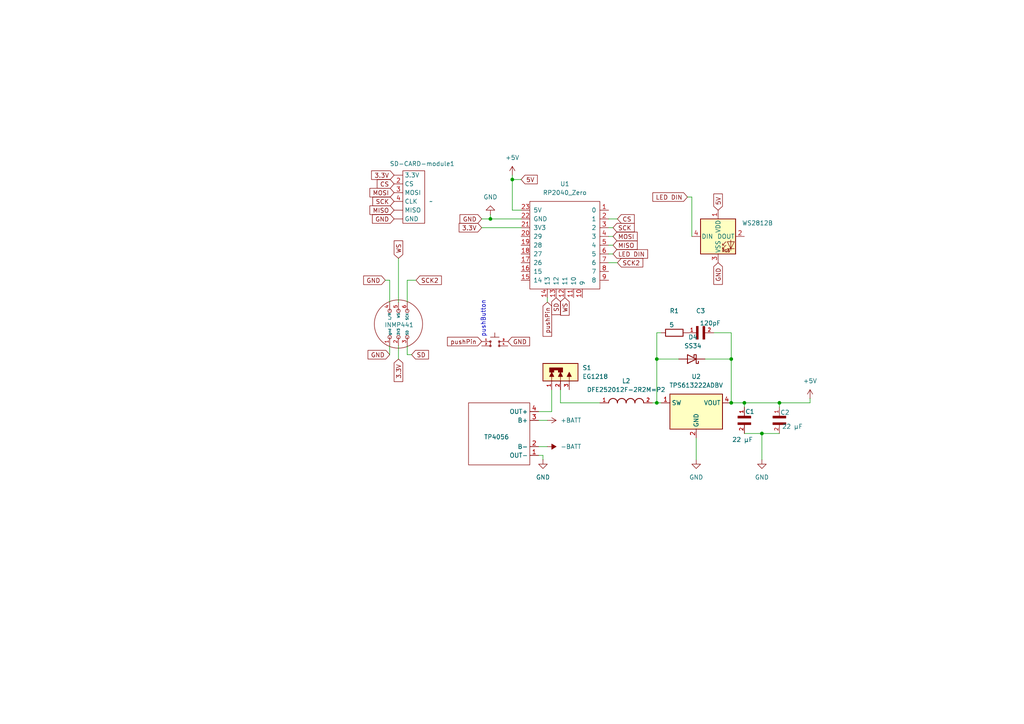
<source format=kicad_sch>
(kicad_sch
	(version 20250114)
	(generator "eeschema")
	(generator_version "9.0")
	(uuid "e4ab1ddf-f781-4963-b156-b22e542f8a50")
	(paper "A4")
	(lib_symbols
		(symbol "Charging-Module-TP4056:TP4056"
			(exclude_from_sim no)
			(in_bom yes)
			(on_board yes)
			(property "Reference" "TP4056"
				(at 8.382 -8.382 0)
				(effects
					(font
						(size 1.27 1.27)
					)
				)
			)
			(property "Value" ""
				(at 0 0 0)
				(effects
					(font
						(size 1.27 1.27)
					)
				)
			)
			(property "Footprint" ""
				(at 0 0 0)
				(effects
					(font
						(size 1.27 1.27)
					)
					(hide yes)
				)
			)
			(property "Datasheet" ""
				(at 0 0 0)
				(effects
					(font
						(size 1.27 1.27)
					)
					(hide yes)
				)
			)
			(property "Description" ""
				(at 0 0 0)
				(effects
					(font
						(size 1.27 1.27)
					)
					(hide yes)
				)
			)
			(symbol "TP4056_0_1"
				(rectangle
					(start 0 0)
					(end 17.78 -18)
					(stroke
						(width 0)
						(type default)
					)
					(fill
						(type none)
					)
				)
			)
			(symbol "TP4056_1_1"
				(pin input line
					(at 20.32 -2.54 180)
					(length 2.54)
					(name "OUT+"
						(effects
							(font
								(size 1.27 1.27)
							)
						)
					)
					(number "4"
						(effects
							(font
								(size 1.27 1.27)
							)
						)
					)
				)
				(pin input line
					(at 20.32 -5.08 180)
					(length 2.54)
					(name "B+"
						(effects
							(font
								(size 1.27 1.27)
							)
						)
					)
					(number "3"
						(effects
							(font
								(size 1.27 1.27)
							)
						)
					)
				)
				(pin input line
					(at 20.32 -12.7 180)
					(length 2.54)
					(name "B-"
						(effects
							(font
								(size 1.27 1.27)
							)
						)
					)
					(number "2"
						(effects
							(font
								(size 1.27 1.27)
							)
						)
					)
				)
				(pin input line
					(at 20.32 -15.24 180)
					(length 2.54)
					(name "OUT-"
						(effects
							(font
								(size 1.27 1.27)
							)
						)
					)
					(number "1"
						(effects
							(font
								(size 1.27 1.27)
							)
						)
					)
				)
			)
			(embedded_fonts no)
		)
		(symbol "DFE252012F-2R2M_P2:DFE252012F-2R2M=P2"
			(pin_names
				(offset 1.016)
			)
			(exclude_from_sim no)
			(in_bom yes)
			(on_board yes)
			(property "Reference" "L"
				(at -7.62 5.08 0)
				(effects
					(font
						(size 1.27 1.27)
					)
					(justify left bottom)
				)
			)
			(property "Value" "DFE252012F-2R2M=P2"
				(at -7.62 2.54 0)
				(effects
					(font
						(size 1.27 1.27)
					)
					(justify left bottom)
				)
			)
			(property "Footprint" "DFE252012F-2R2M=P2:INDC2520X120N"
				(at 0 0 0)
				(effects
					(font
						(size 1.27 1.27)
					)
					(justify bottom)
					(hide yes)
				)
			)
			(property "Datasheet" ""
				(at 0 0 0)
				(effects
					(font
						(size 1.27 1.27)
					)
					(hide yes)
				)
			)
			(property "Description" ""
				(at 0 0 0)
				(effects
					(font
						(size 1.27 1.27)
					)
					(hide yes)
				)
			)
			(symbol "DFE252012F-2R2M=P2_0_0"
				(arc
					(start -5.08 0)
					(mid -3.81 1.2645)
					(end -2.54 0)
					(stroke
						(width 0.254)
						(type default)
					)
					(fill
						(type none)
					)
				)
				(arc
					(start -2.54 0)
					(mid -1.27 1.2645)
					(end 0 0)
					(stroke
						(width 0.254)
						(type default)
					)
					(fill
						(type none)
					)
				)
				(arc
					(start 0 0)
					(mid 1.27 1.2645)
					(end 2.54 0)
					(stroke
						(width 0.254)
						(type default)
					)
					(fill
						(type none)
					)
				)
				(arc
					(start 2.54 0)
					(mid 3.81 1.2645)
					(end 5.08 0)
					(stroke
						(width 0.254)
						(type default)
					)
					(fill
						(type none)
					)
				)
				(pin passive line
					(at -7.62 0 0)
					(length 2.54)
					(name "~"
						(effects
							(font
								(size 1.016 1.016)
							)
						)
					)
					(number "1"
						(effects
							(font
								(size 1.016 1.016)
							)
						)
					)
				)
				(pin passive line
					(at 7.62 0 180)
					(length 2.54)
					(name "~"
						(effects
							(font
								(size 1.016 1.016)
							)
						)
					)
					(number "2"
						(effects
							(font
								(size 1.016 1.016)
							)
						)
					)
				)
			)
			(embedded_fonts no)
		)
		(symbol "Diode:SS34"
			(pin_numbers
				(hide yes)
			)
			(pin_names
				(offset 1.016)
				(hide yes)
			)
			(exclude_from_sim no)
			(in_bom yes)
			(on_board yes)
			(property "Reference" "D"
				(at 0 2.54 0)
				(effects
					(font
						(size 1.27 1.27)
					)
				)
			)
			(property "Value" "SS34"
				(at 0 -2.54 0)
				(effects
					(font
						(size 1.27 1.27)
					)
				)
			)
			(property "Footprint" "Diode_SMD:D_SMA"
				(at 0 -4.445 0)
				(effects
					(font
						(size 1.27 1.27)
					)
					(hide yes)
				)
			)
			(property "Datasheet" "https://www.vishay.com/docs/88751/ss32.pdf"
				(at 0 0 0)
				(effects
					(font
						(size 1.27 1.27)
					)
					(hide yes)
				)
			)
			(property "Description" "40V 3A Schottky Diode, SMA"
				(at 0 0 0)
				(effects
					(font
						(size 1.27 1.27)
					)
					(hide yes)
				)
			)
			(property "ki_keywords" "diode Schottky"
				(at 0 0 0)
				(effects
					(font
						(size 1.27 1.27)
					)
					(hide yes)
				)
			)
			(property "ki_fp_filters" "D*SMA*"
				(at 0 0 0)
				(effects
					(font
						(size 1.27 1.27)
					)
					(hide yes)
				)
			)
			(symbol "SS34_0_1"
				(polyline
					(pts
						(xy -1.905 0.635) (xy -1.905 1.27) (xy -1.27 1.27) (xy -1.27 -1.27) (xy -0.635 -1.27) (xy -0.635 -0.635)
					)
					(stroke
						(width 0.254)
						(type default)
					)
					(fill
						(type none)
					)
				)
				(polyline
					(pts
						(xy 1.27 1.27) (xy 1.27 -1.27) (xy -1.27 0) (xy 1.27 1.27)
					)
					(stroke
						(width 0.254)
						(type default)
					)
					(fill
						(type none)
					)
				)
				(polyline
					(pts
						(xy 1.27 0) (xy -1.27 0)
					)
					(stroke
						(width 0)
						(type default)
					)
					(fill
						(type none)
					)
				)
			)
			(symbol "SS34_1_1"
				(pin passive line
					(at -3.81 0 0)
					(length 2.54)
					(name "K"
						(effects
							(font
								(size 1.27 1.27)
							)
						)
					)
					(number "1"
						(effects
							(font
								(size 1.27 1.27)
							)
						)
					)
				)
				(pin passive line
					(at 3.81 0 180)
					(length 2.54)
					(name "A"
						(effects
							(font
								(size 1.27 1.27)
							)
						)
					)
					(number "2"
						(effects
							(font
								(size 1.27 1.27)
							)
						)
					)
				)
			)
			(embedded_fonts no)
		)
		(symbol "GRM1885C1H121JA01D:GRM1885C1H121JA01D"
			(pin_names
				(offset 1.016)
			)
			(exclude_from_sim no)
			(in_bom yes)
			(on_board yes)
			(property "Reference" "C"
				(at 0 3.8109 0)
				(effects
					(font
						(size 1.27 1.27)
					)
					(justify left bottom)
				)
			)
			(property "Value" "GRM1885C1H121JA01D"
				(at 0 -5.0885 0)
				(effects
					(font
						(size 1.27 1.27)
					)
					(justify left bottom)
				)
			)
			(property "Footprint" "GRM1885C1H121JA01D:CAPC1608X90N"
				(at 0 0 0)
				(effects
					(font
						(size 1.27 1.27)
					)
					(justify bottom)
					(hide yes)
				)
			)
			(property "Datasheet" ""
				(at 0 0 0)
				(effects
					(font
						(size 1.27 1.27)
					)
					(hide yes)
				)
			)
			(property "Description" ""
				(at 0 0 0)
				(effects
					(font
						(size 1.27 1.27)
					)
					(hide yes)
				)
			)
			(symbol "GRM1885C1H121JA01D_0_0"
				(rectangle
					(start 0 -1.9069)
					(end 0.635 1.905)
					(stroke
						(width 0.1)
						(type default)
					)
					(fill
						(type outline)
					)
				)
				(rectangle
					(start 1.9069 -1.9069)
					(end 2.54 1.905)
					(stroke
						(width 0.1)
						(type default)
					)
					(fill
						(type outline)
					)
				)
				(pin passive line
					(at -2.54 0 0)
					(length 2.54)
					(name "~"
						(effects
							(font
								(size 1.016 1.016)
							)
						)
					)
					(number "1"
						(effects
							(font
								(size 1.016 1.016)
							)
						)
					)
				)
				(pin passive line
					(at 5.08 0 180)
					(length 2.54)
					(name "~"
						(effects
							(font
								(size 1.016 1.016)
							)
						)
					)
					(number "2"
						(effects
							(font
								(size 1.016 1.016)
							)
						)
					)
				)
			)
			(embedded_fonts no)
		)
		(symbol "GRM21BZ71A226ME15L:GRM21BZ71A226ME15L"
			(pin_names
				(offset 1.016)
			)
			(exclude_from_sim no)
			(in_bom yes)
			(on_board yes)
			(property "Reference" "C"
				(at 0 3.8109 0)
				(effects
					(font
						(size 1.27 1.27)
					)
					(justify left bottom)
				)
			)
			(property "Value" "GRM21BZ71A226ME15L"
				(at 0 -5.0885 0)
				(effects
					(font
						(size 1.27 1.27)
					)
					(justify left bottom)
				)
			)
			(property "Footprint" "GRM21BZ71A226ME15L:CAPC2012X145N"
				(at 0 0 0)
				(effects
					(font
						(size 1.27 1.27)
					)
					(justify bottom)
					(hide yes)
				)
			)
			(property "Datasheet" ""
				(at 0 0 0)
				(effects
					(font
						(size 1.27 1.27)
					)
					(hide yes)
				)
			)
			(property "Description" ""
				(at 0 0 0)
				(effects
					(font
						(size 1.27 1.27)
					)
					(hide yes)
				)
			)
			(symbol "GRM21BZ71A226ME15L_0_0"
				(rectangle
					(start 0 -1.9069)
					(end 0.635 1.905)
					(stroke
						(width 0.1)
						(type default)
					)
					(fill
						(type outline)
					)
				)
				(rectangle
					(start 1.9069 -1.9069)
					(end 2.54 1.905)
					(stroke
						(width 0.1)
						(type default)
					)
					(fill
						(type outline)
					)
				)
				(pin passive line
					(at -2.54 0 0)
					(length 2.54)
					(name "~"
						(effects
							(font
								(size 1.016 1.016)
							)
						)
					)
					(number "1"
						(effects
							(font
								(size 1.016 1.016)
							)
						)
					)
				)
				(pin passive line
					(at 5.08 0 180)
					(length 2.54)
					(name "~"
						(effects
							(font
								(size 1.016 1.016)
							)
						)
					)
					(number "2"
						(effects
							(font
								(size 1.016 1.016)
							)
						)
					)
				)
			)
			(embedded_fonts no)
		)
		(symbol "INMP441_MEMS_1"
			(exclude_from_sim no)
			(in_bom yes)
			(on_board yes)
			(property "Reference" "U"
				(at -26.67 20.828 0)
				(effects
					(font
						(size 1.27 1.27)
					)
					(hide yes)
				)
			)
			(property "Value" ""
				(at 0 0 0)
				(effects
					(font
						(size 1.27 1.27)
					)
				)
			)
			(property "Footprint" ""
				(at 0 0 0)
				(effects
					(font
						(size 1.27 1.27)
					)
					(hide yes)
				)
			)
			(property "Datasheet" ""
				(at 0 0 0)
				(effects
					(font
						(size 1.27 1.27)
					)
					(hide yes)
				)
			)
			(property "Description" ""
				(at 0 0 0)
				(effects
					(font
						(size 1.27 1.27)
					)
					(hide yes)
				)
			)
			(symbol "INMP441_MEMS_1_0_1"
				(circle
					(center -2.54 3.81)
					(radius 0.5)
					(stroke
						(width 0)
						(type default)
					)
					(fill
						(type none)
					)
				)
				(circle
					(center -2.54 -3.81)
					(radius 0.5)
					(stroke
						(width 0)
						(type default)
					)
					(fill
						(type none)
					)
				)
				(circle
					(center 0 3.81)
					(radius 0.5)
					(stroke
						(width 0)
						(type default)
					)
					(fill
						(type none)
					)
				)
				(circle
					(center 0 0)
					(radius 7)
					(stroke
						(width 0)
						(type default)
					)
					(fill
						(type none)
					)
				)
				(circle
					(center 0 -3.81)
					(radius 0.5)
					(stroke
						(width 0)
						(type default)
					)
					(fill
						(type none)
					)
				)
				(circle
					(center 2.54 3.81)
					(radius 0.5)
					(stroke
						(width 0)
						(type default)
					)
					(fill
						(type none)
					)
				)
				(circle
					(center 2.54 -3.81)
					(radius 0.5)
					(stroke
						(width 0)
						(type default)
					)
					(fill
						(type none)
					)
				)
			)
			(symbol "INMP441_MEMS_1_1_1"
				(pin tri_state line
					(at -2.54 6.35 270)
					(length 2.54)
					(name "L/R"
						(effects
							(font
								(size 0.7 0.7)
							)
						)
					)
					(number "4"
						(effects
							(font
								(size 1 1)
							)
						)
					)
				)
				(pin power_out line
					(at -2.54 -6.35 90)
					(length 2.54)
					(name "gnd"
						(effects
							(font
								(size 0.7 0.7)
							)
						)
					)
					(number "1"
						(effects
							(font
								(size 1 1)
							)
						)
					)
				)
				(pin input line
					(at 0 6.35 270)
					(length 2.54)
					(name "WS"
						(effects
							(font
								(size 0.7 0.7)
							)
						)
					)
					(number "5"
						(effects
							(font
								(size 1 1)
							)
						)
					)
				)
				(pin power_in line
					(at 0 -6.35 90)
					(length 2.54)
					(name "3V3"
						(effects
							(font
								(size 0.7 0.7)
							)
						)
					)
					(number "2"
						(effects
							(font
								(size 1 1)
							)
						)
					)
				)
				(pin input line
					(at 2.54 6.35 270)
					(length 2.54)
					(name "SCK"
						(effects
							(font
								(size 0.7 0.7)
							)
						)
					)
					(number "6"
						(effects
							(font
								(size 1 1)
							)
						)
					)
				)
				(pin output line
					(at 2.54 -6.35 90)
					(length 2.54)
					(name "SD"
						(effects
							(font
								(size 0.7 0.7)
							)
						)
					)
					(number "3"
						(effects
							(font
								(size 1 1)
							)
						)
					)
				)
			)
			(embedded_fonts no)
		)
		(symbol "LED:WS2812B"
			(pin_names
				(offset 0.254)
			)
			(exclude_from_sim no)
			(in_bom yes)
			(on_board yes)
			(property "Reference" "D"
				(at 5.08 5.715 0)
				(effects
					(font
						(size 1.27 1.27)
					)
					(justify right bottom)
				)
			)
			(property "Value" "WS2812B"
				(at 1.27 -5.715 0)
				(effects
					(font
						(size 1.27 1.27)
					)
					(justify left top)
				)
			)
			(property "Footprint" "LED_SMD:LED_WS2812B_PLCC4_5.0x5.0mm_P3.2mm"
				(at 1.27 -7.62 0)
				(effects
					(font
						(size 1.27 1.27)
					)
					(justify left top)
					(hide yes)
				)
			)
			(property "Datasheet" "https://cdn-shop.adafruit.com/datasheets/WS2812B.pdf"
				(at 2.54 -9.525 0)
				(effects
					(font
						(size 1.27 1.27)
					)
					(justify left top)
					(hide yes)
				)
			)
			(property "Description" "RGB LED with integrated controller"
				(at 0 0 0)
				(effects
					(font
						(size 1.27 1.27)
					)
					(hide yes)
				)
			)
			(property "ki_keywords" "RGB LED NeoPixel addressable"
				(at 0 0 0)
				(effects
					(font
						(size 1.27 1.27)
					)
					(hide yes)
				)
			)
			(property "ki_fp_filters" "LED*WS2812*PLCC*5.0x5.0mm*P3.2mm*"
				(at 0 0 0)
				(effects
					(font
						(size 1.27 1.27)
					)
					(hide yes)
				)
			)
			(symbol "WS2812B_0_0"
				(text "RGB"
					(at 2.286 -4.191 0)
					(effects
						(font
							(size 0.762 0.762)
						)
					)
				)
			)
			(symbol "WS2812B_0_1"
				(polyline
					(pts
						(xy 1.27 -2.54) (xy 1.778 -2.54)
					)
					(stroke
						(width 0)
						(type default)
					)
					(fill
						(type none)
					)
				)
				(polyline
					(pts
						(xy 1.27 -3.556) (xy 1.778 -3.556)
					)
					(stroke
						(width 0)
						(type default)
					)
					(fill
						(type none)
					)
				)
				(polyline
					(pts
						(xy 2.286 -1.524) (xy 1.27 -2.54) (xy 1.27 -2.032)
					)
					(stroke
						(width 0)
						(type default)
					)
					(fill
						(type none)
					)
				)
				(polyline
					(pts
						(xy 2.286 -2.54) (xy 1.27 -3.556) (xy 1.27 -3.048)
					)
					(stroke
						(width 0)
						(type default)
					)
					(fill
						(type none)
					)
				)
				(polyline
					(pts
						(xy 3.683 -1.016) (xy 3.683 -3.556) (xy 3.683 -4.064)
					)
					(stroke
						(width 0)
						(type default)
					)
					(fill
						(type none)
					)
				)
				(polyline
					(pts
						(xy 4.699 -1.524) (xy 2.667 -1.524) (xy 3.683 -3.556) (xy 4.699 -1.524)
					)
					(stroke
						(width 0)
						(type default)
					)
					(fill
						(type none)
					)
				)
				(polyline
					(pts
						(xy 4.699 -3.556) (xy 2.667 -3.556)
					)
					(stroke
						(width 0)
						(type default)
					)
					(fill
						(type none)
					)
				)
				(rectangle
					(start 5.08 5.08)
					(end -5.08 -5.08)
					(stroke
						(width 0.254)
						(type default)
					)
					(fill
						(type background)
					)
				)
			)
			(symbol "WS2812B_1_1"
				(pin input line
					(at -7.62 0 0)
					(length 2.54)
					(name "DIN"
						(effects
							(font
								(size 1.27 1.27)
							)
						)
					)
					(number "4"
						(effects
							(font
								(size 1.27 1.27)
							)
						)
					)
				)
				(pin power_in line
					(at 0 7.62 270)
					(length 2.54)
					(name "VDD"
						(effects
							(font
								(size 1.27 1.27)
							)
						)
					)
					(number "1"
						(effects
							(font
								(size 1.27 1.27)
							)
						)
					)
				)
				(pin power_in line
					(at 0 -7.62 90)
					(length 2.54)
					(name "VSS"
						(effects
							(font
								(size 1.27 1.27)
							)
						)
					)
					(number "3"
						(effects
							(font
								(size 1.27 1.27)
							)
						)
					)
				)
				(pin output line
					(at 7.62 0 180)
					(length 2.54)
					(name "DOUT"
						(effects
							(font
								(size 1.27 1.27)
							)
						)
					)
					(number "2"
						(effects
							(font
								(size 1.27 1.27)
							)
						)
					)
				)
			)
			(embedded_fonts no)
		)
		(symbol "Micro-SD0card-Module:Waveshare-SD-Card-Module"
			(exclude_from_sim no)
			(in_bom yes)
			(on_board yes)
			(property "Reference" "U"
				(at 0 0 0)
				(effects
					(font
						(size 1.27 1.27)
					)
				)
			)
			(property "Value" ""
				(at 0 0 0)
				(effects
					(font
						(size 1.27 1.27)
					)
				)
			)
			(property "Footprint" ""
				(at 0 0 0)
				(effects
					(font
						(size 1.27 1.27)
					)
					(hide yes)
				)
			)
			(property "Datasheet" ""
				(at 0 0 0)
				(effects
					(font
						(size 1.27 1.27)
					)
					(hide yes)
				)
			)
			(property "Description" ""
				(at 0 0 0)
				(effects
					(font
						(size 1.27 1.27)
					)
					(hide yes)
				)
			)
			(symbol "Waveshare-SD-Card-Module_0_1"
				(rectangle
					(start 0 -8.89)
					(end 6.35 -24.13)
					(stroke
						(width 0)
						(type default)
					)
					(fill
						(type none)
					)
				)
			)
			(symbol "Waveshare-SD-Card-Module_1_1"
				(pin power_in line
					(at -2.54 -10.16 0)
					(length 2.54)
					(name "3.3V"
						(effects
							(font
								(size 1.27 1.27)
							)
						)
					)
					(number ""
						(effects
							(font
								(size 1.27 1.27)
							)
						)
					)
				)
				(pin input line
					(at -2.54 -12.7 0)
					(length 2.54)
					(name "CS"
						(effects
							(font
								(size 1.27 1.27)
							)
						)
					)
					(number "2"
						(effects
							(font
								(size 1.27 1.27)
							)
						)
					)
				)
				(pin output line
					(at -2.54 -15.24 0)
					(length 2.54)
					(name "MOSI"
						(effects
							(font
								(size 1.27 1.27)
							)
						)
					)
					(number "3"
						(effects
							(font
								(size 1.27 1.27)
							)
						)
					)
				)
				(pin output line
					(at -2.54 -17.78 0)
					(length 2.54)
					(name "CLK"
						(effects
							(font
								(size 1.27 1.27)
							)
						)
					)
					(number "4"
						(effects
							(font
								(size 1.27 1.27)
							)
						)
					)
				)
				(pin input line
					(at -2.54 -20.32 0)
					(length 2.54)
					(name "MISO"
						(effects
							(font
								(size 1.27 1.27)
							)
						)
					)
					(number ""
						(effects
							(font
								(size 1.27 1.27)
							)
						)
					)
				)
				(pin input line
					(at -2.54 -22.86 0)
					(length 2.54)
					(name "GND"
						(effects
							(font
								(size 1.27 1.27)
							)
						)
					)
					(number ""
						(effects
							(font
								(size 1.27 1.27)
							)
						)
					)
				)
			)
			(embedded_fonts no)
		)
		(symbol "Regulator_Switching:TPS613222ADBV"
			(exclude_from_sim no)
			(in_bom yes)
			(on_board yes)
			(property "Reference" "U"
				(at -7.62 6.35 0)
				(effects
					(font
						(size 1.27 1.27)
					)
					(justify left)
				)
			)
			(property "Value" "TPS613222ADBV"
				(at 2.54 6.35 0)
				(effects
					(font
						(size 1.27 1.27)
					)
				)
			)
			(property "Footprint" "Package_TO_SOT_SMD:SOT-23-5"
				(at 0 -20.32 0)
				(effects
					(font
						(size 1.27 1.27)
					)
					(hide yes)
				)
			)
			(property "Datasheet" "http://www.ti.com/lit/ds/symlink/tps61322.pdf"
				(at 0 -3.81 0)
				(effects
					(font
						(size 1.27 1.27)
					)
					(hide yes)
				)
			)
			(property "Description" "1.8A Step-Up Converter, 5V Output Voltage, 0.9-5.5V Input Voltage, SOT-23-5"
				(at 0 0 0)
				(effects
					(font
						(size 1.27 1.27)
					)
					(hide yes)
				)
			)
			(property "ki_keywords" "Boost converter"
				(at 0 0 0)
				(effects
					(font
						(size 1.27 1.27)
					)
					(hide yes)
				)
			)
			(property "ki_fp_filters" "SOT?23*"
				(at 0 0 0)
				(effects
					(font
						(size 1.27 1.27)
					)
					(hide yes)
				)
			)
			(symbol "TPS613222ADBV_0_1"
				(rectangle
					(start -7.62 5.08)
					(end 7.62 -5.08)
					(stroke
						(width 0.254)
						(type default)
					)
					(fill
						(type background)
					)
				)
			)
			(symbol "TPS613222ADBV_1_1"
				(pin power_in line
					(at -10.16 2.54 0)
					(length 2.54)
					(name "SW"
						(effects
							(font
								(size 1.27 1.27)
							)
						)
					)
					(number "1"
						(effects
							(font
								(size 1.27 1.27)
							)
						)
					)
				)
				(pin no_connect line
					(at -7.62 -2.54 0)
					(length 2.54)
					(hide yes)
					(name "NC"
						(effects
							(font
								(size 1.27 1.27)
							)
						)
					)
					(number "3"
						(effects
							(font
								(size 1.27 1.27)
							)
						)
					)
				)
				(pin power_in line
					(at 0 -7.62 90)
					(length 2.54)
					(name "GND"
						(effects
							(font
								(size 1.27 1.27)
							)
						)
					)
					(number "2"
						(effects
							(font
								(size 1.27 1.27)
							)
						)
					)
				)
				(pin no_connect line
					(at 7.62 -2.54 180)
					(length 2.54)
					(hide yes)
					(name "NC"
						(effects
							(font
								(size 1.27 1.27)
							)
						)
					)
					(number "5"
						(effects
							(font
								(size 1.27 1.27)
							)
						)
					)
				)
				(pin power_out line
					(at 10.16 2.54 180)
					(length 2.54)
					(name "VOUT"
						(effects
							(font
								(size 1.27 1.27)
							)
						)
					)
					(number "4"
						(effects
							(font
								(size 1.27 1.27)
							)
						)
					)
				)
			)
			(embedded_fonts no)
		)
		(symbol "ScottoKeebs:MCU_RP2040_Zero"
			(pin_names
				(offset 1.016)
			)
			(exclude_from_sim no)
			(in_bom yes)
			(on_board yes)
			(property "Reference" "U"
				(at 0 15.24 0)
				(effects
					(font
						(size 1.27 1.27)
					)
				)
			)
			(property "Value" "RP2040_Zero"
				(at 0 12.7 0)
				(effects
					(font
						(size 1.27 1.27)
					)
				)
			)
			(property "Footprint" "ScottoKeebs_MCU:RP2040_Zero"
				(at -8.89 5.08 0)
				(effects
					(font
						(size 1.27 1.27)
					)
					(hide yes)
				)
			)
			(property "Datasheet" ""
				(at -8.89 5.08 0)
				(effects
					(font
						(size 1.27 1.27)
					)
					(hide yes)
				)
			)
			(property "Description" ""
				(at 0 0 0)
				(effects
					(font
						(size 1.27 1.27)
					)
					(hide yes)
				)
			)
			(symbol "MCU_RP2040_Zero_0_1"
				(rectangle
					(start -10.16 11.43)
					(end 10.16 -13.97)
					(stroke
						(width 0)
						(type default)
					)
					(fill
						(type none)
					)
				)
			)
			(symbol "MCU_RP2040_Zero_1_1"
				(pin power_out line
					(at -12.7 8.89 0)
					(length 2.54)
					(name "5V"
						(effects
							(font
								(size 1.27 1.27)
							)
						)
					)
					(number "23"
						(effects
							(font
								(size 1.27 1.27)
							)
						)
					)
				)
				(pin power_out line
					(at -12.7 6.35 0)
					(length 2.54)
					(name "GND"
						(effects
							(font
								(size 1.27 1.27)
							)
						)
					)
					(number "22"
						(effects
							(font
								(size 1.27 1.27)
							)
						)
					)
				)
				(pin power_out line
					(at -12.7 3.81 0)
					(length 2.54)
					(name "3V3"
						(effects
							(font
								(size 1.27 1.27)
							)
						)
					)
					(number "21"
						(effects
							(font
								(size 1.27 1.27)
							)
						)
					)
				)
				(pin bidirectional line
					(at -12.7 1.27 0)
					(length 2.54)
					(name "29"
						(effects
							(font
								(size 1.27 1.27)
							)
						)
					)
					(number "20"
						(effects
							(font
								(size 1.27 1.27)
							)
						)
					)
				)
				(pin bidirectional line
					(at -12.7 -1.27 0)
					(length 2.54)
					(name "28"
						(effects
							(font
								(size 1.27 1.27)
							)
						)
					)
					(number "19"
						(effects
							(font
								(size 1.27 1.27)
							)
						)
					)
				)
				(pin bidirectional line
					(at -12.7 -3.81 0)
					(length 2.54)
					(name "27"
						(effects
							(font
								(size 1.27 1.27)
							)
						)
					)
					(number "18"
						(effects
							(font
								(size 1.27 1.27)
							)
						)
					)
				)
				(pin bidirectional line
					(at -12.7 -6.35 0)
					(length 2.54)
					(name "26"
						(effects
							(font
								(size 1.27 1.27)
							)
						)
					)
					(number "17"
						(effects
							(font
								(size 1.27 1.27)
							)
						)
					)
				)
				(pin bidirectional line
					(at -12.7 -8.89 0)
					(length 2.54)
					(name "15"
						(effects
							(font
								(size 1.27 1.27)
							)
						)
					)
					(number "16"
						(effects
							(font
								(size 1.27 1.27)
							)
						)
					)
				)
				(pin bidirectional line
					(at -12.7 -11.43 0)
					(length 2.54)
					(name "14"
						(effects
							(font
								(size 1.27 1.27)
							)
						)
					)
					(number "15"
						(effects
							(font
								(size 1.27 1.27)
							)
						)
					)
				)
				(pin bidirectional line
					(at -5.08 -16.51 90)
					(length 2.54)
					(name "13"
						(effects
							(font
								(size 1.27 1.27)
							)
						)
					)
					(number "14"
						(effects
							(font
								(size 1.27 1.27)
							)
						)
					)
				)
				(pin bidirectional line
					(at -2.54 -16.51 90)
					(length 2.54)
					(name "12"
						(effects
							(font
								(size 1.27 1.27)
							)
						)
					)
					(number "13"
						(effects
							(font
								(size 1.27 1.27)
							)
						)
					)
				)
				(pin bidirectional line
					(at 0 -16.51 90)
					(length 2.54)
					(name "11"
						(effects
							(font
								(size 1.27 1.27)
							)
						)
					)
					(number "12"
						(effects
							(font
								(size 1.27 1.27)
							)
						)
					)
				)
				(pin bidirectional line
					(at 2.54 -16.51 90)
					(length 2.54)
					(name "10"
						(effects
							(font
								(size 1.27 1.27)
							)
						)
					)
					(number "11"
						(effects
							(font
								(size 1.27 1.27)
							)
						)
					)
				)
				(pin bidirectional line
					(at 5.08 -16.51 90)
					(length 2.54)
					(name "9"
						(effects
							(font
								(size 1.27 1.27)
							)
						)
					)
					(number "10"
						(effects
							(font
								(size 1.27 1.27)
							)
						)
					)
				)
				(pin bidirectional line
					(at 12.7 8.89 180)
					(length 2.54)
					(name "0"
						(effects
							(font
								(size 1.27 1.27)
							)
						)
					)
					(number "1"
						(effects
							(font
								(size 1.27 1.27)
							)
						)
					)
				)
				(pin bidirectional line
					(at 12.7 6.35 180)
					(length 2.54)
					(name "1"
						(effects
							(font
								(size 1.27 1.27)
							)
						)
					)
					(number "2"
						(effects
							(font
								(size 1.27 1.27)
							)
						)
					)
				)
				(pin bidirectional line
					(at 12.7 3.81 180)
					(length 2.54)
					(name "2"
						(effects
							(font
								(size 1.27 1.27)
							)
						)
					)
					(number "3"
						(effects
							(font
								(size 1.27 1.27)
							)
						)
					)
				)
				(pin bidirectional line
					(at 12.7 1.27 180)
					(length 2.54)
					(name "3"
						(effects
							(font
								(size 1.27 1.27)
							)
						)
					)
					(number "4"
						(effects
							(font
								(size 1.27 1.27)
							)
						)
					)
				)
				(pin bidirectional line
					(at 12.7 -1.27 180)
					(length 2.54)
					(name "4"
						(effects
							(font
								(size 1.27 1.27)
							)
						)
					)
					(number "5"
						(effects
							(font
								(size 1.27 1.27)
							)
						)
					)
				)
				(pin bidirectional line
					(at 12.7 -3.81 180)
					(length 2.54)
					(name "5"
						(effects
							(font
								(size 1.27 1.27)
							)
						)
					)
					(number "6"
						(effects
							(font
								(size 1.27 1.27)
							)
						)
					)
				)
				(pin bidirectional line
					(at 12.7 -6.35 180)
					(length 2.54)
					(name "6"
						(effects
							(font
								(size 1.27 1.27)
							)
						)
					)
					(number "7"
						(effects
							(font
								(size 1.27 1.27)
							)
						)
					)
				)
				(pin bidirectional line
					(at 12.7 -8.89 180)
					(length 2.54)
					(name "7"
						(effects
							(font
								(size 1.27 1.27)
							)
						)
					)
					(number "8"
						(effects
							(font
								(size 1.27 1.27)
							)
						)
					)
				)
				(pin bidirectional line
					(at 12.7 -11.43 180)
					(length 2.54)
					(name "8"
						(effects
							(font
								(size 1.27 1.27)
							)
						)
					)
					(number "9"
						(effects
							(font
								(size 1.27 1.27)
							)
						)
					)
				)
			)
			(embedded_fonts no)
		)
		(symbol "ScottoKeebs:Placeholder_Resistor"
			(pin_numbers
				(hide yes)
			)
			(pin_names
				(offset 0)
			)
			(exclude_from_sim no)
			(in_bom yes)
			(on_board yes)
			(property "Reference" "R"
				(at 0 2.032 0)
				(effects
					(font
						(size 1.27 1.27)
					)
				)
			)
			(property "Value" "Resistor"
				(at 0 -2.54 0)
				(effects
					(font
						(size 1.27 1.27)
					)
				)
			)
			(property "Footprint" ""
				(at 0 -1.778 0)
				(effects
					(font
						(size 1.27 1.27)
					)
					(hide yes)
				)
			)
			(property "Datasheet" "~"
				(at 0 0 90)
				(effects
					(font
						(size 1.27 1.27)
					)
					(hide yes)
				)
			)
			(property "Description" "Resistor"
				(at 0 0 0)
				(effects
					(font
						(size 1.27 1.27)
					)
					(hide yes)
				)
			)
			(property "ki_keywords" "R res resistor"
				(at 0 0 0)
				(effects
					(font
						(size 1.27 1.27)
					)
					(hide yes)
				)
			)
			(property "ki_fp_filters" "R_*"
				(at 0 0 0)
				(effects
					(font
						(size 1.27 1.27)
					)
					(hide yes)
				)
			)
			(symbol "Placeholder_Resistor_0_1"
				(rectangle
					(start 2.54 -1.016)
					(end -2.54 1.016)
					(stroke
						(width 0.254)
						(type default)
					)
					(fill
						(type none)
					)
				)
			)
			(symbol "Placeholder_Resistor_1_1"
				(pin passive line
					(at -3.81 0 0)
					(length 1.27)
					(name "~"
						(effects
							(font
								(size 1.27 1.27)
							)
						)
					)
					(number "1"
						(effects
							(font
								(size 1.27 1.27)
							)
						)
					)
				)
				(pin passive line
					(at 3.81 0 180)
					(length 1.27)
					(name "~"
						(effects
							(font
								(size 1.27 1.27)
							)
						)
					)
					(number "2"
						(effects
							(font
								(size 1.27 1.27)
							)
						)
					)
				)
			)
			(embedded_fonts no)
		)
		(symbol "power:+5V"
			(power)
			(pin_numbers
				(hide yes)
			)
			(pin_names
				(offset 0)
				(hide yes)
			)
			(exclude_from_sim no)
			(in_bom yes)
			(on_board yes)
			(property "Reference" "#PWR"
				(at 0 -3.81 0)
				(effects
					(font
						(size 1.27 1.27)
					)
					(hide yes)
				)
			)
			(property "Value" "+5V"
				(at 0 3.556 0)
				(effects
					(font
						(size 1.27 1.27)
					)
				)
			)
			(property "Footprint" ""
				(at 0 0 0)
				(effects
					(font
						(size 1.27 1.27)
					)
					(hide yes)
				)
			)
			(property "Datasheet" ""
				(at 0 0 0)
				(effects
					(font
						(size 1.27 1.27)
					)
					(hide yes)
				)
			)
			(property "Description" "Power symbol creates a global label with name \"+5V\""
				(at 0 0 0)
				(effects
					(font
						(size 1.27 1.27)
					)
					(hide yes)
				)
			)
			(property "ki_keywords" "global power"
				(at 0 0 0)
				(effects
					(font
						(size 1.27 1.27)
					)
					(hide yes)
				)
			)
			(symbol "+5V_0_1"
				(polyline
					(pts
						(xy -0.762 1.27) (xy 0 2.54)
					)
					(stroke
						(width 0)
						(type default)
					)
					(fill
						(type none)
					)
				)
				(polyline
					(pts
						(xy 0 2.54) (xy 0.762 1.27)
					)
					(stroke
						(width 0)
						(type default)
					)
					(fill
						(type none)
					)
				)
				(polyline
					(pts
						(xy 0 0) (xy 0 2.54)
					)
					(stroke
						(width 0)
						(type default)
					)
					(fill
						(type none)
					)
				)
			)
			(symbol "+5V_1_1"
				(pin power_in line
					(at 0 0 90)
					(length 0)
					(name "~"
						(effects
							(font
								(size 1.27 1.27)
							)
						)
					)
					(number "1"
						(effects
							(font
								(size 1.27 1.27)
							)
						)
					)
				)
			)
			(embedded_fonts no)
		)
		(symbol "power:+BATT"
			(power)
			(pin_numbers
				(hide yes)
			)
			(pin_names
				(offset 0)
				(hide yes)
			)
			(exclude_from_sim no)
			(in_bom yes)
			(on_board yes)
			(property "Reference" "#PWR"
				(at 0 -3.81 0)
				(effects
					(font
						(size 1.27 1.27)
					)
					(hide yes)
				)
			)
			(property "Value" "+BATT"
				(at 0 3.556 0)
				(effects
					(font
						(size 1.27 1.27)
					)
				)
			)
			(property "Footprint" ""
				(at 0 0 0)
				(effects
					(font
						(size 1.27 1.27)
					)
					(hide yes)
				)
			)
			(property "Datasheet" ""
				(at 0 0 0)
				(effects
					(font
						(size 1.27 1.27)
					)
					(hide yes)
				)
			)
			(property "Description" "Power symbol creates a global label with name \"+BATT\""
				(at 0 0 0)
				(effects
					(font
						(size 1.27 1.27)
					)
					(hide yes)
				)
			)
			(property "ki_keywords" "global power battery"
				(at 0 0 0)
				(effects
					(font
						(size 1.27 1.27)
					)
					(hide yes)
				)
			)
			(symbol "+BATT_0_1"
				(polyline
					(pts
						(xy -0.762 1.27) (xy 0 2.54)
					)
					(stroke
						(width 0)
						(type default)
					)
					(fill
						(type none)
					)
				)
				(polyline
					(pts
						(xy 0 2.54) (xy 0.762 1.27)
					)
					(stroke
						(width 0)
						(type default)
					)
					(fill
						(type none)
					)
				)
				(polyline
					(pts
						(xy 0 0) (xy 0 2.54)
					)
					(stroke
						(width 0)
						(type default)
					)
					(fill
						(type none)
					)
				)
			)
			(symbol "+BATT_1_1"
				(pin power_in line
					(at 0 0 90)
					(length 0)
					(name "~"
						(effects
							(font
								(size 1.27 1.27)
							)
						)
					)
					(number "1"
						(effects
							(font
								(size 1.27 1.27)
							)
						)
					)
				)
			)
			(embedded_fonts no)
		)
		(symbol "power:-BATT"
			(power)
			(pin_numbers
				(hide yes)
			)
			(pin_names
				(offset 0)
				(hide yes)
			)
			(exclude_from_sim no)
			(in_bom yes)
			(on_board yes)
			(property "Reference" "#PWR"
				(at 0 -3.81 0)
				(effects
					(font
						(size 1.27 1.27)
					)
					(hide yes)
				)
			)
			(property "Value" "-BATT"
				(at 0 3.556 0)
				(effects
					(font
						(size 1.27 1.27)
					)
				)
			)
			(property "Footprint" ""
				(at 0 0 0)
				(effects
					(font
						(size 1.27 1.27)
					)
					(hide yes)
				)
			)
			(property "Datasheet" ""
				(at 0 0 0)
				(effects
					(font
						(size 1.27 1.27)
					)
					(hide yes)
				)
			)
			(property "Description" "Power symbol creates a global label with name \"-BATT\""
				(at 0 0 0)
				(effects
					(font
						(size 1.27 1.27)
					)
					(hide yes)
				)
			)
			(property "ki_keywords" "global power battery"
				(at 0 0 0)
				(effects
					(font
						(size 1.27 1.27)
					)
					(hide yes)
				)
			)
			(symbol "-BATT_0_1"
				(polyline
					(pts
						(xy 0 0) (xy 0 2.54)
					)
					(stroke
						(width 0)
						(type default)
					)
					(fill
						(type none)
					)
				)
				(polyline
					(pts
						(xy 0.762 1.27) (xy -0.762 1.27) (xy 0 2.54) (xy 0.762 1.27)
					)
					(stroke
						(width 0)
						(type default)
					)
					(fill
						(type outline)
					)
				)
			)
			(symbol "-BATT_1_1"
				(pin power_in line
					(at 0 0 90)
					(length 0)
					(name "~"
						(effects
							(font
								(size 1.27 1.27)
							)
						)
					)
					(number "1"
						(effects
							(font
								(size 1.27 1.27)
							)
						)
					)
				)
			)
			(embedded_fonts no)
		)
		(symbol "power:GND"
			(power)
			(pin_numbers
				(hide yes)
			)
			(pin_names
				(offset 0)
				(hide yes)
			)
			(exclude_from_sim no)
			(in_bom yes)
			(on_board yes)
			(property "Reference" "#PWR"
				(at 0 -6.35 0)
				(effects
					(font
						(size 1.27 1.27)
					)
					(hide yes)
				)
			)
			(property "Value" "GND"
				(at 0 -3.81 0)
				(effects
					(font
						(size 1.27 1.27)
					)
				)
			)
			(property "Footprint" ""
				(at 0 0 0)
				(effects
					(font
						(size 1.27 1.27)
					)
					(hide yes)
				)
			)
			(property "Datasheet" ""
				(at 0 0 0)
				(effects
					(font
						(size 1.27 1.27)
					)
					(hide yes)
				)
			)
			(property "Description" "Power symbol creates a global label with name \"GND\" , ground"
				(at 0 0 0)
				(effects
					(font
						(size 1.27 1.27)
					)
					(hide yes)
				)
			)
			(property "ki_keywords" "global power"
				(at 0 0 0)
				(effects
					(font
						(size 1.27 1.27)
					)
					(hide yes)
				)
			)
			(symbol "GND_0_1"
				(polyline
					(pts
						(xy 0 0) (xy 0 -1.27) (xy 1.27 -1.27) (xy 0 -2.54) (xy -1.27 -1.27) (xy 0 -1.27)
					)
					(stroke
						(width 0)
						(type default)
					)
					(fill
						(type none)
					)
				)
			)
			(symbol "GND_1_1"
				(pin power_in line
					(at 0 0 270)
					(length 0)
					(name "~"
						(effects
							(font
								(size 1.27 1.27)
							)
						)
					)
					(number "1"
						(effects
							(font
								(size 1.27 1.27)
							)
						)
					)
				)
			)
			(embedded_fonts no)
		)
		(symbol "pushButton:PushButton"
			(exclude_from_sim no)
			(in_bom yes)
			(on_board yes)
			(property "Reference" "U"
				(at -6.35 3.81 0)
				(effects
					(font
						(size 1.27 1.27)
					)
					(hide yes)
				)
			)
			(property "Value" ""
				(at 0 0 0)
				(effects
					(font
						(size 1.27 1.27)
					)
				)
			)
			(property "Footprint" ""
				(at 0 0 0)
				(effects
					(font
						(size 1.27 1.27)
					)
					(hide yes)
				)
			)
			(property "Datasheet" ""
				(at 0 0 0)
				(effects
					(font
						(size 1.27 1.27)
					)
					(hide yes)
				)
			)
			(property "Description" ""
				(at 0 0 0)
				(effects
					(font
						(size 1.27 1.27)
					)
					(hide yes)
				)
			)
			(symbol "PushButton_0_1"
				(polyline
					(pts
						(xy -1.27 0) (xy 0 0) (xy 1.27 0)
					)
					(stroke
						(width 0)
						(type default)
					)
					(fill
						(type none)
					)
				)
				(circle
					(center -1.27 -1.27)
					(radius 0.25)
					(stroke
						(width 0)
						(type default)
					)
					(fill
						(type none)
					)
				)
				(polyline
					(pts
						(xy -1.27 -1.27) (xy -1.27 -2.54)
					)
					(stroke
						(width 0)
						(type default)
					)
					(fill
						(type none)
					)
				)
				(circle
					(center -1.27 -2.54)
					(radius 0.25)
					(stroke
						(width 0)
						(type default)
					)
					(fill
						(type none)
					)
				)
				(polyline
					(pts
						(xy 0 1.27) (xy 0 0)
					)
					(stroke
						(width 0)
						(type default)
					)
					(fill
						(type none)
					)
				)
				(polyline
					(pts
						(xy 1.27 -1.27) (xy 1.27 -2.54)
					)
					(stroke
						(width 0)
						(type default)
					)
					(fill
						(type none)
					)
				)
				(circle
					(center 1.27 -1.27)
					(radius 0.25)
					(stroke
						(width 0)
						(type default)
					)
					(fill
						(type none)
					)
				)
				(circle
					(center 1.27 -2.54)
					(radius 0.25)
					(stroke
						(width 0)
						(type default)
					)
					(fill
						(type none)
					)
				)
			)
			(symbol "PushButton_1_1"
				(pin passive line
					(at -3.81 -1.27 0)
					(length 2.54)
					(name ""
						(effects
							(font
								(size 0.5 0.5)
							)
						)
					)
					(number "1"
						(effects
							(font
								(size 0.5 0.5)
							)
						)
					)
				)
				(pin passive line
					(at -3.81 -2.54 0)
					(length 2.54)
					(name ""
						(effects
							(font
								(size 0.5 0.5)
							)
						)
					)
					(number "2"
						(effects
							(font
								(size 0.5 0.5)
							)
						)
					)
				)
				(pin passive line
					(at 3.81 -1.27 180)
					(length 2.54)
					(name ""
						(effects
							(font
								(size 0.5 0.5)
							)
						)
					)
					(number "3"
						(effects
							(font
								(size 0.5 0.5)
							)
						)
					)
				)
				(pin passive line
					(at 3.81 -2.54 180)
					(length 2.54)
					(name ""
						(effects
							(font
								(size 0.5 0.5)
							)
						)
					)
					(number "4"
						(effects
							(font
								(size 0.5 0.5)
							)
						)
					)
				)
			)
			(embedded_fonts no)
		)
		(symbol "slide switch EG1218:EG1218"
			(pin_names
				(offset 1.016)
			)
			(exclude_from_sim no)
			(in_bom yes)
			(on_board yes)
			(property "Reference" "S"
				(at -5.08 5.842 0)
				(effects
					(font
						(size 1.27 1.27)
					)
					(justify left bottom)
				)
			)
			(property "Value" "EG1218"
				(at -5.08 -7.62 0)
				(effects
					(font
						(size 1.27 1.27)
					)
					(justify left bottom)
				)
			)
			(property "Footprint" "EG1218:SW_EG1218"
				(at 0 0 0)
				(effects
					(font
						(size 1.27 1.27)
					)
					(justify bottom)
					(hide yes)
				)
			)
			(property "Datasheet" ""
				(at 0 0 0)
				(effects
					(font
						(size 1.27 1.27)
					)
					(hide yes)
				)
			)
			(property "Description" "Slide Switch SPDT Through Hole"
				(at 0 0 0)
				(effects
					(font
						(size 1.27 1.27)
					)
					(justify bottom)
					(hide yes)
				)
			)
			(property "MF" "E-Switch"
				(at 0 0 0)
				(effects
					(font
						(size 1.27 1.27)
					)
					(justify bottom)
					(hide yes)
				)
			)
			(property "PACKAGE" "None"
				(at 0 0 0)
				(effects
					(font
						(size 1.27 1.27)
					)
					(justify bottom)
					(hide yes)
				)
			)
			(property "PRICE" "None"
				(at 0 0 0)
				(effects
					(font
						(size 1.27 1.27)
					)
					(justify bottom)
					(hide yes)
				)
			)
			(property "Package" "None"
				(at 0 0 0)
				(effects
					(font
						(size 1.27 1.27)
					)
					(justify bottom)
					(hide yes)
				)
			)
			(property "Check_prices" "https://www.snapeda.com/parts/EG1218/E-Switch/view-part/?ref=eda"
				(at 0 0 0)
				(effects
					(font
						(size 1.27 1.27)
					)
					(justify bottom)
					(hide yes)
				)
			)
			(property "Price" "None"
				(at 0 0 0)
				(effects
					(font
						(size 1.27 1.27)
					)
					(justify bottom)
					(hide yes)
				)
			)
			(property "SnapEDA_Link" "https://www.snapeda.com/parts/EG1218/E-Switch/view-part/?ref=snap"
				(at 0 0 0)
				(effects
					(font
						(size 1.27 1.27)
					)
					(justify bottom)
					(hide yes)
				)
			)
			(property "MP" "EG1218"
				(at 0 0 0)
				(effects
					(font
						(size 1.27 1.27)
					)
					(justify bottom)
					(hide yes)
				)
			)
			(property "Purchase-URL" "https://www.snapeda.com/api/url_track_click_mouser/?unipart_id=13895&manufacturer=E-Switch&part_name=EG1218&search_term=None"
				(at 0 0 0)
				(effects
					(font
						(size 1.27 1.27)
					)
					(justify bottom)
					(hide yes)
				)
			)
			(property "Description_1" "Slide Switch, EG Series, SPDT, Non-Shorting, ON-ON, 200mA DC, 30VDC, PC Pin | E-Switch EG1218"
				(at 0 0 0)
				(effects
					(font
						(size 1.27 1.27)
					)
					(justify bottom)
					(hide yes)
				)
			)
			(property "Availability" "In Stock"
				(at 0 0 0)
				(effects
					(font
						(size 1.27 1.27)
					)
					(justify bottom)
					(hide yes)
				)
			)
			(property "AVAILABILITY" "In Stock"
				(at 0 0 0)
				(effects
					(font
						(size 1.27 1.27)
					)
					(justify bottom)
					(hide yes)
				)
			)
			(property "PURCHASE-URL" "https://pricing.snapeda.com/search/part/EG1218/?ref=eda"
				(at 0 0 0)
				(effects
					(font
						(size 1.27 1.27)
					)
					(justify bottom)
					(hide yes)
				)
			)
			(symbol "EG1218_0_0"
				(polyline
					(pts
						(xy -2.54 2.54) (xy -1.27 2.54)
					)
					(stroke
						(width 0.1524)
						(type default)
					)
					(fill
						(type none)
					)
				)
				(polyline
					(pts
						(xy -2.54 0) (xy -1.27 0)
					)
					(stroke
						(width 0.1524)
						(type default)
					)
					(fill
						(type none)
					)
				)
				(polyline
					(pts
						(xy -2.54 -2.54) (xy -1.27 -2.54)
					)
					(stroke
						(width 0.1524)
						(type default)
					)
					(fill
						(type none)
					)
				)
				(rectangle
					(start -2.54 -5.08)
					(end 2.54 5.08)
					(stroke
						(width 0.254)
						(type default)
					)
					(fill
						(type background)
					)
				)
				(polyline
					(pts
						(xy -1.27 3.175) (xy -1.27 1.905) (xy 0 2.54) (xy -1.27 3.175)
					)
					(stroke
						(width 0.1524)
						(type default)
					)
					(fill
						(type outline)
					)
				)
				(polyline
					(pts
						(xy -1.27 0.635) (xy -1.27 -0.635) (xy 0 0) (xy -1.27 0.635)
					)
					(stroke
						(width 0.1524)
						(type default)
					)
					(fill
						(type outline)
					)
				)
				(polyline
					(pts
						(xy -1.27 -1.905) (xy -1.27 -3.175) (xy 0 -2.54) (xy -1.27 -1.905)
					)
					(stroke
						(width 0.1524)
						(type default)
					)
					(fill
						(type outline)
					)
				)
				(polyline
					(pts
						(xy 0 1.905) (xy 0 3.175) (xy 1.27 3.175) (xy 1.27 -0.635) (xy 0 -0.635) (xy 0 0.635) (xy 0.635 0.635)
						(xy 0.635 1.905) (xy 0 1.905)
					)
					(stroke
						(width 0.1524)
						(type default)
					)
					(fill
						(type outline)
					)
				)
				(pin passive line
					(at -5.08 2.54 0)
					(length 2.54)
					(name "~"
						(effects
							(font
								(size 1.016 1.016)
							)
						)
					)
					(number "1"
						(effects
							(font
								(size 1.016 1.016)
							)
						)
					)
				)
				(pin passive line
					(at -5.08 0 0)
					(length 2.54)
					(name "~"
						(effects
							(font
								(size 1.016 1.016)
							)
						)
					)
					(number "2"
						(effects
							(font
								(size 1.016 1.016)
							)
						)
					)
				)
				(pin passive line
					(at -5.08 -2.54 0)
					(length 2.54)
					(name "~"
						(effects
							(font
								(size 1.016 1.016)
							)
						)
					)
					(number "3"
						(effects
							(font
								(size 1.016 1.016)
							)
						)
					)
				)
			)
			(embedded_fonts no)
		)
	)
	(text "pushButton\n"
		(exclude_from_sim no)
		(at 140.208 92.456 90)
		(effects
			(font
				(size 1.27 1.27)
			)
		)
		(uuid "a2ac64f7-3c89-4bd7-8691-23b75e62f507")
	)
	(junction
		(at 212.09 104.14)
		(diameter 0)
		(color 0 0 0 0)
		(uuid "095e3c51-b124-46fc-a142-604f20fbacbb")
	)
	(junction
		(at 212.09 116.84)
		(diameter 0)
		(color 0 0 0 0)
		(uuid "115a8fa5-13ad-4e6c-be9b-bba4472694b9")
	)
	(junction
		(at 226.06 116.84)
		(diameter 0)
		(color 0 0 0 0)
		(uuid "13e8a1e4-c1bc-4bd5-b530-9a609cc15363")
	)
	(junction
		(at 148.59 52.07)
		(diameter 0)
		(color 0 0 0 0)
		(uuid "1ede359d-e414-4545-99d4-0d667233a304")
	)
	(junction
		(at 190.5 104.14)
		(diameter 0)
		(color 0 0 0 0)
		(uuid "38f26c1b-e55b-4e44-9bee-ff416f5b2228")
	)
	(junction
		(at 220.98 125.73)
		(diameter 0)
		(color 0 0 0 0)
		(uuid "46b5aa33-b361-4046-b52d-6fdeb2e86c36")
	)
	(junction
		(at 215.9 116.84)
		(diameter 0)
		(color 0 0 0 0)
		(uuid "beeba2ab-de36-479f-b52f-17a71db5ed1e")
	)
	(junction
		(at 142.24 63.5)
		(diameter 0)
		(color 0 0 0 0)
		(uuid "e50f4501-0c8a-440c-9f3c-4b246db24993")
	)
	(junction
		(at 190.5 116.84)
		(diameter 0)
		(color 0 0 0 0)
		(uuid "f1ff1986-6324-4691-a84c-03954a9e4bcd")
	)
	(wire
		(pts
			(xy 113.03 100.33) (xy 113.03 102.87)
		)
		(stroke
			(width 0)
			(type default)
		)
		(uuid "063328fd-b415-43c6-bb49-2de7a6efa56a")
	)
	(wire
		(pts
			(xy 156.21 121.92) (xy 158.75 121.92)
		)
		(stroke
			(width 0)
			(type default)
		)
		(uuid "0a314022-91e3-4632-923f-a16b53266134")
	)
	(wire
		(pts
			(xy 118.11 81.28) (xy 118.11 87.63)
		)
		(stroke
			(width 0)
			(type default)
		)
		(uuid "0d74386b-ab91-46e1-9595-3e470e3210b9")
	)
	(wire
		(pts
			(xy 215.9 125.73) (xy 220.98 125.73)
		)
		(stroke
			(width 0)
			(type default)
		)
		(uuid "0e555827-593b-415a-ae04-1161f9c87d62")
	)
	(wire
		(pts
			(xy 157.48 132.08) (xy 157.48 133.35)
		)
		(stroke
			(width 0)
			(type default)
		)
		(uuid "12b31f2f-2ec5-49fd-a5b6-6661e1446b2b")
	)
	(wire
		(pts
			(xy 190.5 104.14) (xy 190.5 96.52)
		)
		(stroke
			(width 0)
			(type default)
		)
		(uuid "134a15fb-d6a3-4454-8490-2cd15efd4d2d")
	)
	(wire
		(pts
			(xy 176.53 73.66) (xy 177.8 73.66)
		)
		(stroke
			(width 0)
			(type default)
		)
		(uuid "13780796-f22d-45e5-84b0-59caf4867732")
	)
	(wire
		(pts
			(xy 190.5 104.14) (xy 196.85 104.14)
		)
		(stroke
			(width 0)
			(type default)
		)
		(uuid "170f3eb2-f856-46d8-b25c-e8ed78a78a31")
	)
	(wire
		(pts
			(xy 158.75 86.36) (xy 158.75 87.63)
		)
		(stroke
			(width 0)
			(type default)
		)
		(uuid "2ec2f8f1-8ed7-406f-926c-fa37975ca779")
	)
	(wire
		(pts
			(xy 115.57 100.33) (xy 115.57 104.14)
		)
		(stroke
			(width 0)
			(type default)
		)
		(uuid "333c4e9b-9bae-45cf-88e3-ca1b8ed99c91")
	)
	(wire
		(pts
			(xy 142.24 63.5) (xy 151.13 63.5)
		)
		(stroke
			(width 0)
			(type default)
		)
		(uuid "46695193-4daa-4107-8653-30074d853c4d")
	)
	(wire
		(pts
			(xy 162.56 113.03) (xy 162.56 116.84)
		)
		(stroke
			(width 0)
			(type default)
		)
		(uuid "4e801f30-0dc8-4cad-af2e-7760485a611e")
	)
	(wire
		(pts
			(xy 207.01 96.52) (xy 212.09 96.52)
		)
		(stroke
			(width 0)
			(type default)
		)
		(uuid "504743d9-0c23-4752-aacc-351c6dc75d9a")
	)
	(wire
		(pts
			(xy 190.5 96.52) (xy 191.77 96.52)
		)
		(stroke
			(width 0)
			(type default)
		)
		(uuid "5612edac-6a1c-4684-b50f-a38c9d20c852")
	)
	(wire
		(pts
			(xy 142.24 62.23) (xy 142.24 63.5)
		)
		(stroke
			(width 0)
			(type default)
		)
		(uuid "5741fe01-ad3a-45bb-afe7-a629dd2687b7")
	)
	(wire
		(pts
			(xy 113.03 81.28) (xy 113.03 87.63)
		)
		(stroke
			(width 0)
			(type default)
		)
		(uuid "5915748f-56c0-4516-9bef-e38b06fb3f0d")
	)
	(wire
		(pts
			(xy 139.7 63.5) (xy 142.24 63.5)
		)
		(stroke
			(width 0)
			(type default)
		)
		(uuid "5c149ee1-96c5-4463-9c7f-c0aeacc39346")
	)
	(wire
		(pts
			(xy 148.59 60.96) (xy 151.13 60.96)
		)
		(stroke
			(width 0)
			(type default)
		)
		(uuid "5e1a7dc5-6172-4d70-8b98-6e4b605386ab")
	)
	(wire
		(pts
			(xy 118.11 100.33) (xy 118.11 102.87)
		)
		(stroke
			(width 0)
			(type default)
		)
		(uuid "62838669-0b78-4f44-8bb6-140401cfe482")
	)
	(wire
		(pts
			(xy 176.53 66.04) (xy 177.8 66.04)
		)
		(stroke
			(width 0)
			(type default)
		)
		(uuid "6725a275-d7c5-4db3-a329-eeb42b4f7769")
	)
	(wire
		(pts
			(xy 220.98 125.73) (xy 226.06 125.73)
		)
		(stroke
			(width 0)
			(type default)
		)
		(uuid "6a1d8d72-e23f-4c8c-a84e-2de2ec52180e")
	)
	(wire
		(pts
			(xy 148.59 52.07) (xy 148.59 60.96)
		)
		(stroke
			(width 0)
			(type default)
		)
		(uuid "6a6a16aa-d176-4e93-ae7d-1316a527f965")
	)
	(wire
		(pts
			(xy 176.53 68.58) (xy 177.8 68.58)
		)
		(stroke
			(width 0)
			(type default)
		)
		(uuid "729fa2b3-13d2-42fe-88bf-3c68fd77dfb6")
	)
	(wire
		(pts
			(xy 190.5 116.84) (xy 191.77 116.84)
		)
		(stroke
			(width 0)
			(type default)
		)
		(uuid "775b9ee9-1640-41e2-a290-fd93c8ae2f1d")
	)
	(wire
		(pts
			(xy 111.76 81.28) (xy 113.03 81.28)
		)
		(stroke
			(width 0)
			(type default)
		)
		(uuid "785d02e4-9058-4e5f-8587-49e04198685a")
	)
	(wire
		(pts
			(xy 215.9 116.84) (xy 215.9 118.11)
		)
		(stroke
			(width 0)
			(type default)
		)
		(uuid "7f8c5a37-c0a4-4c5d-b12a-c0191eaa233d")
	)
	(wire
		(pts
			(xy 118.11 102.87) (xy 119.38 102.87)
		)
		(stroke
			(width 0)
			(type default)
		)
		(uuid "8f7e6842-fdf5-4b24-b234-834211378349")
	)
	(wire
		(pts
			(xy 234.95 116.84) (xy 234.95 115.57)
		)
		(stroke
			(width 0)
			(type default)
		)
		(uuid "9098db6c-603c-4c46-8bed-a4b0986025cd")
	)
	(wire
		(pts
			(xy 120.65 81.28) (xy 118.11 81.28)
		)
		(stroke
			(width 0)
			(type default)
		)
		(uuid "92799f38-97be-489a-9067-1a8797e52f40")
	)
	(wire
		(pts
			(xy 212.09 96.52) (xy 212.09 104.14)
		)
		(stroke
			(width 0)
			(type default)
		)
		(uuid "9cdf126b-cb56-4d20-bfa7-5ac4f6ca8810")
	)
	(wire
		(pts
			(xy 212.09 104.14) (xy 212.09 116.84)
		)
		(stroke
			(width 0)
			(type default)
		)
		(uuid "9f95b7ac-978a-4f33-9923-36608a5374d1")
	)
	(wire
		(pts
			(xy 204.47 104.14) (xy 212.09 104.14)
		)
		(stroke
			(width 0)
			(type default)
		)
		(uuid "a09ba90d-1ac4-4d96-ac86-b1b7f578d1b5")
	)
	(wire
		(pts
			(xy 176.53 71.12) (xy 177.8 71.12)
		)
		(stroke
			(width 0)
			(type default)
		)
		(uuid "a4ad432d-07c9-4cec-86ac-12f732fffd2e")
	)
	(wire
		(pts
			(xy 220.98 125.73) (xy 220.98 133.35)
		)
		(stroke
			(width 0)
			(type default)
		)
		(uuid "acf0200d-04ec-49b5-8bde-1841075789f7")
	)
	(wire
		(pts
			(xy 199.39 57.15) (xy 200.66 57.15)
		)
		(stroke
			(width 0)
			(type default)
		)
		(uuid "af7e3c5d-6179-47e1-ac07-14dab1c9b75e")
	)
	(wire
		(pts
			(xy 148.59 50.8) (xy 148.59 52.07)
		)
		(stroke
			(width 0)
			(type default)
		)
		(uuid "b3860ec2-c42d-4d93-8c01-f1c6b893c3a5")
	)
	(wire
		(pts
			(xy 156.21 129.54) (xy 158.75 129.54)
		)
		(stroke
			(width 0)
			(type default)
		)
		(uuid "b5ec2bfb-cc65-47d1-a67d-08f27b571de6")
	)
	(wire
		(pts
			(xy 215.9 116.84) (xy 226.06 116.84)
		)
		(stroke
			(width 0)
			(type default)
		)
		(uuid "b9d1706c-99f8-4fd2-9f72-e2d9ed33fa98")
	)
	(wire
		(pts
			(xy 160.02 119.38) (xy 160.02 113.03)
		)
		(stroke
			(width 0)
			(type default)
		)
		(uuid "baaca64c-6484-4a63-9eea-54501e8f7dd3")
	)
	(wire
		(pts
			(xy 156.21 132.08) (xy 157.48 132.08)
		)
		(stroke
			(width 0)
			(type default)
		)
		(uuid "bb053648-4c1f-4f7d-ab1c-269acdbb9b67")
	)
	(wire
		(pts
			(xy 189.23 116.84) (xy 190.5 116.84)
		)
		(stroke
			(width 0)
			(type default)
		)
		(uuid "bd1e721d-a36f-45f0-8eba-951877227901")
	)
	(wire
		(pts
			(xy 148.59 52.07) (xy 151.13 52.07)
		)
		(stroke
			(width 0)
			(type default)
		)
		(uuid "c0c9df83-148f-423b-a848-cee3437e5766")
	)
	(wire
		(pts
			(xy 139.7 66.04) (xy 151.13 66.04)
		)
		(stroke
			(width 0)
			(type default)
		)
		(uuid "c78171d4-6ad5-4f60-945b-19d77921708a")
	)
	(wire
		(pts
			(xy 115.57 74.93) (xy 115.57 87.63)
		)
		(stroke
			(width 0)
			(type default)
		)
		(uuid "cc4b011d-a9d4-4afd-ac44-c4b829f2d778")
	)
	(wire
		(pts
			(xy 226.06 116.84) (xy 234.95 116.84)
		)
		(stroke
			(width 0)
			(type default)
		)
		(uuid "d21785e8-875d-4dc1-915b-198bd8c2c58f")
	)
	(wire
		(pts
			(xy 226.06 116.84) (xy 226.06 118.11)
		)
		(stroke
			(width 0)
			(type default)
		)
		(uuid "d8e8ec73-c0a2-4c11-865b-f4be9c07dc39")
	)
	(wire
		(pts
			(xy 176.53 63.5) (xy 179.07 63.5)
		)
		(stroke
			(width 0)
			(type default)
		)
		(uuid "e69e6167-c163-44df-a83c-b8e60394fc7e")
	)
	(wire
		(pts
			(xy 200.66 57.15) (xy 200.66 68.58)
		)
		(stroke
			(width 0)
			(type default)
		)
		(uuid "e7cffe4e-b337-47c3-b6ed-12f3607b4fa9")
	)
	(wire
		(pts
			(xy 212.09 116.84) (xy 215.9 116.84)
		)
		(stroke
			(width 0)
			(type default)
		)
		(uuid "ebaecec3-b37e-4ec5-bc2f-3e711f7eb1d9")
	)
	(wire
		(pts
			(xy 162.56 116.84) (xy 173.99 116.84)
		)
		(stroke
			(width 0)
			(type default)
		)
		(uuid "eeeb23f9-00ac-494a-b706-86428b5789ea")
	)
	(wire
		(pts
			(xy 156.21 119.38) (xy 160.02 119.38)
		)
		(stroke
			(width 0)
			(type default)
		)
		(uuid "f1109f1e-ec3b-4d17-8e37-e78e98712f3d")
	)
	(wire
		(pts
			(xy 201.93 127) (xy 201.93 133.35)
		)
		(stroke
			(width 0)
			(type default)
		)
		(uuid "f81d71c0-54c8-4ebb-a68c-5071245dabbc")
	)
	(wire
		(pts
			(xy 190.5 116.84) (xy 190.5 104.14)
		)
		(stroke
			(width 0)
			(type default)
		)
		(uuid "faf55875-6e65-4b99-9bbf-cead67cab635")
	)
	(wire
		(pts
			(xy 179.07 76.2) (xy 176.53 76.2)
		)
		(stroke
			(width 0)
			(type default)
		)
		(uuid "fcd53675-143f-458f-b233-625a51d429a7")
	)
	(global_label "GND"
		(shape input)
		(at 113.03 102.87 180)
		(fields_autoplaced yes)
		(effects
			(font
				(size 1.27 1.27)
			)
			(justify right)
		)
		(uuid "23552191-7a9d-4be0-ba82-42e0731a2b32")
		(property "Intersheetrefs" "${INTERSHEET_REFS}"
			(at 106.1743 102.87 0)
			(effects
				(font
					(size 1.27 1.27)
				)
				(justify right)
				(hide yes)
			)
		)
	)
	(global_label "3.3V"
		(shape input)
		(at 139.7 66.04 180)
		(fields_autoplaced yes)
		(effects
			(font
				(size 1.27 1.27)
			)
			(justify right)
		)
		(uuid "2660cff7-f7a3-4b73-9453-98b4b11f6d77")
		(property "Intersheetrefs" "${INTERSHEET_REFS}"
			(at 132.6024 66.04 0)
			(effects
				(font
					(size 1.27 1.27)
				)
				(justify right)
				(hide yes)
			)
		)
	)
	(global_label "SCK2"
		(shape input)
		(at 179.07 76.2 0)
		(fields_autoplaced yes)
		(effects
			(font
				(size 1.27 1.27)
			)
			(justify left)
		)
		(uuid "273d8d5b-fbfd-4842-806f-a148238e9aad")
		(property "Intersheetrefs" "${INTERSHEET_REFS}"
			(at 187.0142 76.2 0)
			(effects
				(font
					(size 1.27 1.27)
				)
				(justify left)
				(hide yes)
			)
		)
	)
	(global_label "MISO"
		(shape input)
		(at 177.8 71.12 0)
		(fields_autoplaced yes)
		(effects
			(font
				(size 1.27 1.27)
			)
			(justify left)
		)
		(uuid "2f667522-d727-40ae-aa2b-ff75f3a9bcd6")
		(property "Intersheetrefs" "${INTERSHEET_REFS}"
			(at 185.3814 71.12 0)
			(effects
				(font
					(size 1.27 1.27)
				)
				(justify left)
				(hide yes)
			)
		)
	)
	(global_label "SD"
		(shape input)
		(at 161.29 86.36 270)
		(fields_autoplaced yes)
		(effects
			(font
				(size 1.27 1.27)
			)
			(justify right)
		)
		(uuid "30d29b83-2f25-4342-b747-4f9f44a12394")
		(property "Intersheetrefs" "${INTERSHEET_REFS}"
			(at 161.29 91.8247 90)
			(effects
				(font
					(size 1.27 1.27)
				)
				(justify right)
				(hide yes)
			)
		)
	)
	(global_label "WS"
		(shape input)
		(at 115.57 74.93 90)
		(fields_autoplaced yes)
		(effects
			(font
				(size 1.27 1.27)
			)
			(justify left)
		)
		(uuid "43584ab6-c286-4436-9796-4d28b5a264bf")
		(property "Intersheetrefs" "${INTERSHEET_REFS}"
			(at 115.57 69.2839 90)
			(effects
				(font
					(size 1.27 1.27)
				)
				(justify left)
				(hide yes)
			)
		)
	)
	(global_label "MOSI"
		(shape input)
		(at 114.3 55.88 180)
		(fields_autoplaced yes)
		(effects
			(font
				(size 1.27 1.27)
			)
			(justify right)
		)
		(uuid "5bd54b27-4135-485e-bf8f-f896426aa986")
		(property "Intersheetrefs" "${INTERSHEET_REFS}"
			(at 106.7186 55.88 0)
			(effects
				(font
					(size 1.27 1.27)
				)
				(justify right)
				(hide yes)
			)
		)
	)
	(global_label "GND"
		(shape input)
		(at 111.76 81.28 180)
		(fields_autoplaced yes)
		(effects
			(font
				(size 1.27 1.27)
			)
			(justify right)
		)
		(uuid "5dca2805-8320-45cc-81fb-2b7574922803")
		(property "Intersheetrefs" "${INTERSHEET_REFS}"
			(at 104.9043 81.28 0)
			(effects
				(font
					(size 1.27 1.27)
				)
				(justify right)
				(hide yes)
			)
		)
	)
	(global_label "5V"
		(shape input)
		(at 151.13 52.07 0)
		(fields_autoplaced yes)
		(effects
			(font
				(size 1.27 1.27)
			)
			(justify left)
		)
		(uuid "64b78f2c-cadc-4a04-92cc-bc7a8859d991")
		(property "Intersheetrefs" "${INTERSHEET_REFS}"
			(at 156.4133 52.07 0)
			(effects
				(font
					(size 1.27 1.27)
				)
				(justify left)
				(hide yes)
			)
		)
	)
	(global_label "GND"
		(shape input)
		(at 147.32 99.06 0)
		(fields_autoplaced yes)
		(effects
			(font
				(size 1.27 1.27)
			)
			(justify left)
		)
		(uuid "675f2448-dfef-4390-8439-3940812a07dd")
		(property "Intersheetrefs" "${INTERSHEET_REFS}"
			(at 154.1757 99.06 0)
			(effects
				(font
					(size 1.27 1.27)
				)
				(justify left)
				(hide yes)
			)
		)
	)
	(global_label "GND"
		(shape input)
		(at 114.3 63.5 180)
		(fields_autoplaced yes)
		(effects
			(font
				(size 1.27 1.27)
			)
			(justify right)
		)
		(uuid "6cf2bdcd-09ab-4fcc-b08f-e3d2475f4055")
		(property "Intersheetrefs" "${INTERSHEET_REFS}"
			(at 107.4443 63.5 0)
			(effects
				(font
					(size 1.27 1.27)
				)
				(justify right)
				(hide yes)
			)
		)
	)
	(global_label "GND"
		(shape input)
		(at 208.28 76.2 270)
		(fields_autoplaced yes)
		(effects
			(font
				(size 1.27 1.27)
			)
			(justify right)
		)
		(uuid "72bf4ff7-1d91-4c5b-a250-4f95daea2cc7")
		(property "Intersheetrefs" "${INTERSHEET_REFS}"
			(at 208.28 83.0557 90)
			(effects
				(font
					(size 1.27 1.27)
				)
				(justify right)
				(hide yes)
			)
		)
	)
	(global_label "SCK"
		(shape input)
		(at 114.3 58.42 180)
		(fields_autoplaced yes)
		(effects
			(font
				(size 1.27 1.27)
			)
			(justify right)
		)
		(uuid "7a26fe78-baa0-49f2-be36-15a9f002296c")
		(property "Intersheetrefs" "${INTERSHEET_REFS}"
			(at 107.5653 58.42 0)
			(effects
				(font
					(size 1.27 1.27)
				)
				(justify right)
				(hide yes)
			)
		)
	)
	(global_label "WS"
		(shape input)
		(at 163.83 86.36 270)
		(fields_autoplaced yes)
		(effects
			(font
				(size 1.27 1.27)
			)
			(justify right)
		)
		(uuid "8dd551fe-2077-4a56-9593-1d2a73d0c349")
		(property "Intersheetrefs" "${INTERSHEET_REFS}"
			(at 163.83 92.0061 90)
			(effects
				(font
					(size 1.27 1.27)
				)
				(justify right)
				(hide yes)
			)
		)
	)
	(global_label "3.3V"
		(shape input)
		(at 115.57 104.14 270)
		(fields_autoplaced yes)
		(effects
			(font
				(size 1.27 1.27)
			)
			(justify right)
		)
		(uuid "a1063acc-1cd2-4d00-bc37-c05a28276d97")
		(property "Intersheetrefs" "${INTERSHEET_REFS}"
			(at 115.57 111.2376 90)
			(effects
				(font
					(size 1.27 1.27)
				)
				(justify right)
				(hide yes)
			)
		)
	)
	(global_label "5V"
		(shape input)
		(at 208.28 60.96 90)
		(fields_autoplaced yes)
		(effects
			(font
				(size 1.27 1.27)
			)
			(justify left)
		)
		(uuid "a3be43c8-43e6-4fac-b200-8c11a62dc509")
		(property "Intersheetrefs" "${INTERSHEET_REFS}"
			(at 208.28 55.6767 90)
			(effects
				(font
					(size 1.27 1.27)
				)
				(justify left)
				(hide yes)
			)
		)
	)
	(global_label "GND"
		(shape input)
		(at 139.7 63.5 180)
		(fields_autoplaced yes)
		(effects
			(font
				(size 1.27 1.27)
			)
			(justify right)
		)
		(uuid "a3f3874b-c716-4b94-a3a0-73bb132f35d0")
		(property "Intersheetrefs" "${INTERSHEET_REFS}"
			(at 132.8443 63.5 0)
			(effects
				(font
					(size 1.27 1.27)
				)
				(justify right)
				(hide yes)
			)
		)
	)
	(global_label "pushPin"
		(shape input)
		(at 139.7 99.06 180)
		(fields_autoplaced yes)
		(effects
			(font
				(size 1.27 1.27)
			)
			(justify right)
		)
		(uuid "a7f6ab9a-8f4c-4e50-886c-9a5ed0813096")
		(property "Intersheetrefs" "${INTERSHEET_REFS}"
			(at 129.2159 99.06 0)
			(effects
				(font
					(size 1.27 1.27)
				)
				(justify right)
				(hide yes)
			)
		)
	)
	(global_label "CS"
		(shape input)
		(at 179.07 63.5 0)
		(fields_autoplaced yes)
		(effects
			(font
				(size 1.27 1.27)
			)
			(justify left)
		)
		(uuid "b9373be0-c04b-4f9c-acd2-683d68bcfd8a")
		(property "Intersheetrefs" "${INTERSHEET_REFS}"
			(at 184.5347 63.5 0)
			(effects
				(font
					(size 1.27 1.27)
				)
				(justify left)
				(hide yes)
			)
		)
	)
	(global_label "MOSI"
		(shape input)
		(at 177.8 68.58 0)
		(fields_autoplaced yes)
		(effects
			(font
				(size 1.27 1.27)
			)
			(justify left)
		)
		(uuid "bc09658f-5b4b-4e3d-a20e-79f3886098bf")
		(property "Intersheetrefs" "${INTERSHEET_REFS}"
			(at 185.3814 68.58 0)
			(effects
				(font
					(size 1.27 1.27)
				)
				(justify left)
				(hide yes)
			)
		)
	)
	(global_label "CS"
		(shape input)
		(at 114.3 53.34 180)
		(fields_autoplaced yes)
		(effects
			(font
				(size 1.27 1.27)
			)
			(justify right)
		)
		(uuid "c356cc24-72b7-4e00-a274-0a59ecf58cd2")
		(property "Intersheetrefs" "${INTERSHEET_REFS}"
			(at 108.8353 53.34 0)
			(effects
				(font
					(size 1.27 1.27)
				)
				(justify right)
				(hide yes)
			)
		)
	)
	(global_label "MISO"
		(shape input)
		(at 114.3 60.96 180)
		(fields_autoplaced yes)
		(effects
			(font
				(size 1.27 1.27)
			)
			(justify right)
		)
		(uuid "c5548f29-7779-4572-81bc-fa7758eb8026")
		(property "Intersheetrefs" "${INTERSHEET_REFS}"
			(at 106.7186 60.96 0)
			(effects
				(font
					(size 1.27 1.27)
				)
				(justify right)
				(hide yes)
			)
		)
	)
	(global_label "SCK"
		(shape input)
		(at 177.8 66.04 0)
		(fields_autoplaced yes)
		(effects
			(font
				(size 1.27 1.27)
			)
			(justify left)
		)
		(uuid "cb9a3c6d-9d79-4cf9-8a9f-937a2ff9d815")
		(property "Intersheetrefs" "${INTERSHEET_REFS}"
			(at 184.5347 66.04 0)
			(effects
				(font
					(size 1.27 1.27)
				)
				(justify left)
				(hide yes)
			)
		)
	)
	(global_label "LED DIN"
		(shape input)
		(at 177.8 73.66 0)
		(fields_autoplaced yes)
		(effects
			(font
				(size 1.27 1.27)
			)
			(justify left)
		)
		(uuid "cc011716-bdb5-465a-b840-c3cb3b669542")
		(property "Intersheetrefs" "${INTERSHEET_REFS}"
			(at 188.4052 73.66 0)
			(effects
				(font
					(size 1.27 1.27)
				)
				(justify left)
				(hide yes)
			)
		)
	)
	(global_label "LED DIN"
		(shape input)
		(at 199.39 57.15 180)
		(fields_autoplaced yes)
		(effects
			(font
				(size 1.27 1.27)
			)
			(justify right)
		)
		(uuid "d0029302-c9ce-4822-8c2f-dead09cbbbf4")
		(property "Intersheetrefs" "${INTERSHEET_REFS}"
			(at 188.7848 57.15 0)
			(effects
				(font
					(size 1.27 1.27)
				)
				(justify right)
				(hide yes)
			)
		)
	)
	(global_label "SD"
		(shape input)
		(at 119.38 102.87 0)
		(fields_autoplaced yes)
		(effects
			(font
				(size 1.27 1.27)
			)
			(justify left)
		)
		(uuid "d37b4aee-be9a-4c15-84fc-ee08e48b228f")
		(property "Intersheetrefs" "${INTERSHEET_REFS}"
			(at 124.8447 102.87 0)
			(effects
				(font
					(size 1.27 1.27)
				)
				(justify left)
				(hide yes)
			)
		)
	)
	(global_label "3.3V"
		(shape input)
		(at 114.3 50.8 180)
		(fields_autoplaced yes)
		(effects
			(font
				(size 1.27 1.27)
			)
			(justify right)
		)
		(uuid "da5e7216-4dcb-4979-98b4-001b747bbd91")
		(property "Intersheetrefs" "${INTERSHEET_REFS}"
			(at 107.2024 50.8 0)
			(effects
				(font
					(size 1.27 1.27)
				)
				(justify right)
				(hide yes)
			)
		)
	)
	(global_label "pushPin"
		(shape input)
		(at 158.75 87.63 270)
		(fields_autoplaced yes)
		(effects
			(font
				(size 1.27 1.27)
			)
			(justify right)
		)
		(uuid "e9616696-7e85-4576-812d-dcc4a4f5dd0d")
		(property "Intersheetrefs" "${INTERSHEET_REFS}"
			(at 158.75 98.1141 90)
			(effects
				(font
					(size 1.27 1.27)
				)
				(justify right)
				(hide yes)
			)
		)
	)
	(global_label "SCK2"
		(shape input)
		(at 120.65 81.28 0)
		(fields_autoplaced yes)
		(effects
			(font
				(size 1.27 1.27)
			)
			(justify left)
		)
		(uuid "ea5f477c-bf1f-466a-a43c-9a42d7200455")
		(property "Intersheetrefs" "${INTERSHEET_REFS}"
			(at 128.5942 81.28 0)
			(effects
				(font
					(size 1.27 1.27)
				)
				(justify left)
				(hide yes)
			)
		)
	)
	(symbol
		(lib_name "INMP441_MEMS_1")
		(lib_id "INM441MEMS:INMP441_MEMS")
		(at 115.57 93.98 0)
		(unit 1)
		(exclude_from_sim no)
		(in_bom yes)
		(on_board yes)
		(dnp no)
		(uuid "0c020503-b9e4-4162-9d39-cafa5af8bd5c")
		(property "Reference" "INMP441"
			(at 88.9 73.152 0)
			(effects
				(font
					(size 1.27 1.27)
				)
				(hide yes)
			)
		)
		(property "Value" "INMP441"
			(at 111.506 94.234 0)
			(effects
				(font
					(size 1.27 1.27)
				)
				(justify left)
			)
		)
		(property "Footprint" ""
			(at 115.57 93.98 0)
			(effects
				(font
					(size 1.27 1.27)
				)
				(hide yes)
			)
		)
		(property "Datasheet" ""
			(at 115.57 93.98 0)
			(effects
				(font
					(size 1.27 1.27)
				)
				(hide yes)
			)
		)
		(property "Description" ""
			(at 115.57 93.98 0)
			(effects
				(font
					(size 1.27 1.27)
				)
				(hide yes)
			)
		)
		(pin "4"
			(uuid "9a359e12-9b24-48d2-be01-c07586454ea9")
		)
		(pin "5"
			(uuid "106aab7b-1e0e-408c-a791-cb59b8f2d027")
		)
		(pin "1"
			(uuid "bb304cae-0624-4a4b-b86c-8bb46568d04d")
		)
		(pin "2"
			(uuid "674d18ca-9b7f-48f3-8202-6ac45275579c")
		)
		(pin "6"
			(uuid "e37a9cba-1df0-4c49-8aa3-ecf8c88e74e6")
		)
		(pin "3"
			(uuid "548c64a1-29b3-4f91-b7c2-6da7ebe6540f")
		)
		(instances
			(project ""
				(path "/e4ab1ddf-f781-4963-b156-b22e542f8a50"
					(reference "INMP441")
					(unit 1)
				)
			)
		)
	)
	(symbol
		(lib_id "Regulator_Switching:TPS613222ADBV")
		(at 201.93 119.38 0)
		(unit 1)
		(exclude_from_sim no)
		(in_bom yes)
		(on_board yes)
		(dnp no)
		(fields_autoplaced yes)
		(uuid "438e7dd8-c652-40f1-9ab9-1ee7378962b0")
		(property "Reference" "U2"
			(at 201.93 109.22 0)
			(effects
				(font
					(size 1.27 1.27)
				)
			)
		)
		(property "Value" "TPS613222ADBV"
			(at 201.93 111.76 0)
			(effects
				(font
					(size 1.27 1.27)
				)
			)
		)
		(property "Footprint" "Package_TO_SOT_SMD:SOT-23-5"
			(at 201.93 139.7 0)
			(effects
				(font
					(size 1.27 1.27)
				)
				(hide yes)
			)
		)
		(property "Datasheet" "http://www.ti.com/lit/ds/symlink/tps61322.pdf"
			(at 201.93 123.19 0)
			(effects
				(font
					(size 1.27 1.27)
				)
				(hide yes)
			)
		)
		(property "Description" "1.8A Step-Up Converter, 5V Output Voltage, 0.9-5.5V Input Voltage, SOT-23-5"
			(at 201.93 119.38 0)
			(effects
				(font
					(size 1.27 1.27)
				)
				(hide yes)
			)
		)
		(pin "2"
			(uuid "82067733-a3cc-41fa-bba9-d543955845b6")
		)
		(pin "5"
			(uuid "dbb06ea1-4943-459e-91c4-0b701072c453")
		)
		(pin "3"
			(uuid "5ec24b4a-91cc-4f4c-8bae-5395769d2942")
		)
		(pin "4"
			(uuid "f55cffba-8dd2-46e8-b282-08125f30a991")
		)
		(pin "1"
			(uuid "43dbb357-bf09-4f92-86b4-f27e73559e02")
		)
		(instances
			(project ""
				(path "/e4ab1ddf-f781-4963-b156-b22e542f8a50"
					(reference "U2")
					(unit 1)
				)
			)
		)
	)
	(symbol
		(lib_id "Charging-Module-TP4056:TP4056")
		(at 135.89 116.84 0)
		(unit 1)
		(exclude_from_sim no)
		(in_bom yes)
		(on_board yes)
		(dnp no)
		(uuid "47af87bb-ebea-466e-a8c7-9f5b144b6565")
		(property "Reference" "TP1"
			(at 144.018 124.206 0)
			(effects
				(font
					(size 1.27 1.27)
				)
				(hide yes)
			)
		)
		(property "Value" "TP4056"
			(at 144.018 126.746 0)
			(effects
				(font
					(size 1.27 1.27)
				)
			)
		)
		(property "Footprint" "tp4056:Untitled"
			(at 135.89 116.84 0)
			(effects
				(font
					(size 1.27 1.27)
				)
				(hide yes)
			)
		)
		(property "Datasheet" ""
			(at 135.89 116.84 0)
			(effects
				(font
					(size 1.27 1.27)
				)
				(hide yes)
			)
		)
		(property "Description" ""
			(at 135.89 116.84 0)
			(effects
				(font
					(size 1.27 1.27)
				)
				(hide yes)
			)
		)
		(pin "2"
			(uuid "54469966-5d84-4d00-82ff-7666ec3466cf")
		)
		(pin "3"
			(uuid "e1f11ef8-c114-40d9-8f0a-f159c346564d")
		)
		(pin "4"
			(uuid "8b6716a6-d0f7-4e05-80ca-7fb0a72c49e5")
		)
		(pin "1"
			(uuid "09575b91-3c52-4973-ab9a-366f059d15ed")
		)
		(instances
			(project ""
				(path "/e4ab1ddf-f781-4963-b156-b22e542f8a50"
					(reference "TP1")
					(unit 1)
				)
			)
		)
	)
	(symbol
		(lib_id "ScottoKeebs:Placeholder_Resistor")
		(at 195.58 96.52 0)
		(unit 1)
		(exclude_from_sim no)
		(in_bom yes)
		(on_board yes)
		(dnp no)
		(uuid "5019baed-1b63-45f3-ad7b-84d5a49e4e4f")
		(property "Reference" "R1"
			(at 195.58 90.17 0)
			(effects
				(font
					(size 1.27 1.27)
				)
			)
		)
		(property "Value" "5"
			(at 194.818 94.234 0)
			(effects
				(font
					(size 1.27 1.27)
				)
			)
		)
		(property "Footprint" "Resistor_SMD:R_0201_0603Metric"
			(at 195.58 98.298 0)
			(effects
				(font
					(size 1.27 1.27)
				)
				(hide yes)
			)
		)
		(property "Datasheet" "~"
			(at 195.58 96.52 90)
			(effects
				(font
					(size 1.27 1.27)
				)
				(hide yes)
			)
		)
		(property "Description" "Resistor"
			(at 195.58 96.52 0)
			(effects
				(font
					(size 1.27 1.27)
				)
				(hide yes)
			)
		)
		(pin "1"
			(uuid "b11e74f1-6d4d-4e21-aab9-e00975b48429")
		)
		(pin "2"
			(uuid "2a154cbe-7576-41a7-97c3-83ad1e3282ba")
		)
		(instances
			(project ""
				(path "/e4ab1ddf-f781-4963-b156-b22e542f8a50"
					(reference "R1")
					(unit 1)
				)
			)
		)
	)
	(symbol
		(lib_id "GRM1885C1H121JA01D:GRM1885C1H121JA01D")
		(at 201.93 96.52 0)
		(unit 1)
		(exclude_from_sim no)
		(in_bom yes)
		(on_board yes)
		(dnp no)
		(uuid "56d5a6b8-a2c0-48ee-b948-205a0a237a07")
		(property "Reference" "C3"
			(at 203.2 90.17 0)
			(effects
				(font
					(size 1.27 1.27)
				)
			)
		)
		(property "Value" "120pF"
			(at 205.994 93.726 0)
			(effects
				(font
					(size 1.27 1.27)
				)
			)
		)
		(property "Footprint" "GRM1885C1H121JA01D:CAPC1608X90N"
			(at 201.93 96.52 0)
			(effects
				(font
					(size 1.27 1.27)
				)
				(justify bottom)
				(hide yes)
			)
		)
		(property "Datasheet" ""
			(at 201.93 96.52 0)
			(effects
				(font
					(size 1.27 1.27)
				)
				(hide yes)
			)
		)
		(property "Description" ""
			(at 201.93 96.52 0)
			(effects
				(font
					(size 1.27 1.27)
				)
				(hide yes)
			)
		)
		(pin "1"
			(uuid "64c3f900-1a79-46e5-969a-a040bfa8edce")
		)
		(pin "2"
			(uuid "b53f38ec-4d94-4040-87cb-394ec273e4a4")
		)
		(instances
			(project ""
				(path "/e4ab1ddf-f781-4963-b156-b22e542f8a50"
					(reference "C3")
					(unit 1)
				)
			)
		)
	)
	(symbol
		(lib_id "power:GND")
		(at 142.24 62.23 180)
		(unit 1)
		(exclude_from_sim no)
		(in_bom yes)
		(on_board yes)
		(dnp no)
		(fields_autoplaced yes)
		(uuid "570188fb-2923-4ba6-8b53-0d1b1dac97db")
		(property "Reference" "#PWR01"
			(at 142.24 55.88 0)
			(effects
				(font
					(size 1.27 1.27)
				)
				(hide yes)
			)
		)
		(property "Value" "GND"
			(at 142.24 57.15 0)
			(effects
				(font
					(size 1.27 1.27)
				)
			)
		)
		(property "Footprint" ""
			(at 142.24 62.23 0)
			(effects
				(font
					(size 1.27 1.27)
				)
				(hide yes)
			)
		)
		(property "Datasheet" ""
			(at 142.24 62.23 0)
			(effects
				(font
					(size 1.27 1.27)
				)
				(hide yes)
			)
		)
		(property "Description" "Power symbol creates a global label with name \"GND\" , ground"
			(at 142.24 62.23 0)
			(effects
				(font
					(size 1.27 1.27)
				)
				(hide yes)
			)
		)
		(pin "1"
			(uuid "5dea86cc-075f-4307-a546-c47075624f48")
		)
		(instances
			(project ""
				(path "/e4ab1ddf-f781-4963-b156-b22e542f8a50"
					(reference "#PWR01")
					(unit 1)
				)
			)
		)
	)
	(symbol
		(lib_id "power:-BATT")
		(at 158.75 129.54 270)
		(unit 1)
		(exclude_from_sim no)
		(in_bom yes)
		(on_board yes)
		(dnp no)
		(fields_autoplaced yes)
		(uuid "592a2a52-af9b-47c8-9e2c-8b17af6ed6d9")
		(property "Reference" "#PWR03"
			(at 154.94 129.54 0)
			(effects
				(font
					(size 1.27 1.27)
				)
				(hide yes)
			)
		)
		(property "Value" "-BATT"
			(at 162.56 129.5399 90)
			(effects
				(font
					(size 1.27 1.27)
				)
				(justify left)
			)
		)
		(property "Footprint" ""
			(at 158.75 129.54 0)
			(effects
				(font
					(size 1.27 1.27)
				)
				(hide yes)
			)
		)
		(property "Datasheet" ""
			(at 158.75 129.54 0)
			(effects
				(font
					(size 1.27 1.27)
				)
				(hide yes)
			)
		)
		(property "Description" "Power symbol creates a global label with name \"-BATT\""
			(at 158.75 129.54 0)
			(effects
				(font
					(size 1.27 1.27)
				)
				(hide yes)
			)
		)
		(pin "1"
			(uuid "7755e660-57b2-4f74-9fd5-4cde7576f64a")
		)
		(instances
			(project ""
				(path "/e4ab1ddf-f781-4963-b156-b22e542f8a50"
					(reference "#PWR03")
					(unit 1)
				)
			)
		)
	)
	(symbol
		(lib_id "power:+BATT")
		(at 158.75 121.92 270)
		(unit 1)
		(exclude_from_sim no)
		(in_bom yes)
		(on_board yes)
		(dnp no)
		(fields_autoplaced yes)
		(uuid "5e90403f-7aab-4423-b043-d8a61cf1274c")
		(property "Reference" "#PWR02"
			(at 154.94 121.92 0)
			(effects
				(font
					(size 1.27 1.27)
				)
				(hide yes)
			)
		)
		(property "Value" "+BATT"
			(at 162.56 121.9199 90)
			(effects
				(font
					(size 1.27 1.27)
				)
				(justify left)
			)
		)
		(property "Footprint" ""
			(at 158.75 121.92 0)
			(effects
				(font
					(size 1.27 1.27)
				)
				(hide yes)
			)
		)
		(property "Datasheet" ""
			(at 158.75 121.92 0)
			(effects
				(font
					(size 1.27 1.27)
				)
				(hide yes)
			)
		)
		(property "Description" "Power symbol creates a global label with name \"+BATT\""
			(at 158.75 121.92 0)
			(effects
				(font
					(size 1.27 1.27)
				)
				(hide yes)
			)
		)
		(pin "1"
			(uuid "f5054625-f079-477f-8a54-bf0451645000")
		)
		(instances
			(project ""
				(path "/e4ab1ddf-f781-4963-b156-b22e542f8a50"
					(reference "#PWR02")
					(unit 1)
				)
			)
		)
	)
	(symbol
		(lib_id "Micro-SD0card-Module:Waveshare-SD-Card-Module")
		(at 116.84 40.64 0)
		(unit 1)
		(exclude_from_sim no)
		(in_bom yes)
		(on_board yes)
		(dnp no)
		(uuid "63469dd5-1ddf-4038-be5d-754a336fabf7")
		(property "Reference" "SD-CARD-module1"
			(at 113.03 47.498 0)
			(effects
				(font
					(size 1.27 1.27)
				)
				(justify left)
			)
		)
		(property "Value" "~"
			(at 124.46 58.4199 0)
			(effects
				(font
					(size 1.27 1.27)
				)
				(justify left)
			)
		)
		(property "Footprint" ""
			(at 116.84 40.64 0)
			(effects
				(font
					(size 1.27 1.27)
				)
				(hide yes)
			)
		)
		(property "Datasheet" ""
			(at 116.84 40.64 0)
			(effects
				(font
					(size 1.27 1.27)
				)
				(hide yes)
			)
		)
		(property "Description" ""
			(at 116.84 40.64 0)
			(effects
				(font
					(size 1.27 1.27)
				)
				(hide yes)
			)
		)
		(pin ""
			(uuid "6c234f76-789b-4b84-90b7-3aaa5ad33835")
		)
		(pin ""
			(uuid "c01625b4-9794-423d-a73d-56ad489a11d9")
		)
		(pin "4"
			(uuid "1cfb1d46-ef5f-4a0b-b70a-ccb067ba3489")
		)
		(pin "2"
			(uuid "95efb05e-c490-4635-807b-a9417d55811e")
		)
		(pin "3"
			(uuid "f7bf4f54-4ea7-4462-aaeb-daa0d96b58f4")
		)
		(pin ""
			(uuid "e0564b3f-f050-482d-b936-b3b93b90ba84")
		)
		(instances
			(project ""
				(path "/e4ab1ddf-f781-4963-b156-b22e542f8a50"
					(reference "SD-CARD-module1")
					(unit 1)
				)
			)
		)
	)
	(symbol
		(lib_id "GRM21BZ71A226ME15L:GRM21BZ71A226ME15L")
		(at 226.06 120.65 270)
		(unit 1)
		(exclude_from_sim no)
		(in_bom yes)
		(on_board yes)
		(dnp no)
		(uuid "72e6c949-843b-494a-98ad-cbd87d63f564")
		(property "Reference" "C2"
			(at 226.314 119.634 90)
			(effects
				(font
					(size 1.27 1.27)
				)
				(justify left)
			)
		)
		(property "Value" "22 µF"
			(at 226.822 123.698 90)
			(effects
				(font
					(size 1.27 1.27)
				)
				(justify left)
			)
		)
		(property "Footprint" "GRM21BZ71A226ME15L:CAPC2012X145N"
			(at 226.06 120.65 0)
			(effects
				(font
					(size 1.27 1.27)
				)
				(justify bottom)
				(hide yes)
			)
		)
		(property "Datasheet" ""
			(at 226.06 120.65 0)
			(effects
				(font
					(size 1.27 1.27)
				)
				(hide yes)
			)
		)
		(property "Description" ""
			(at 226.06 120.65 0)
			(effects
				(font
					(size 1.27 1.27)
				)
				(hide yes)
			)
		)
		(pin "1"
			(uuid "3a0b32d8-2446-4e53-a3a3-16bdd9106aa1")
		)
		(pin "2"
			(uuid "9debe4c2-1fd7-4097-a5e5-b45133cc8df2")
		)
		(instances
			(project ""
				(path "/e4ab1ddf-f781-4963-b156-b22e542f8a50"
					(reference "C2")
					(unit 1)
				)
			)
		)
	)
	(symbol
		(lib_id "Diode:SS34")
		(at 200.66 104.14 180)
		(unit 1)
		(exclude_from_sim no)
		(in_bom yes)
		(on_board yes)
		(dnp no)
		(fields_autoplaced yes)
		(uuid "9444e53d-834f-472c-ba95-d457d23a739b")
		(property "Reference" "D4"
			(at 200.9775 97.79 0)
			(effects
				(font
					(size 1.27 1.27)
				)
			)
		)
		(property "Value" "SS34"
			(at 200.9775 100.33 0)
			(effects
				(font
					(size 1.27 1.27)
				)
			)
		)
		(property "Footprint" "Diode_SMD:D_SMA"
			(at 200.66 99.695 0)
			(effects
				(font
					(size 1.27 1.27)
				)
				(hide yes)
			)
		)
		(property "Datasheet" "https://www.vishay.com/docs/88751/ss32.pdf"
			(at 200.66 104.14 0)
			(effects
				(font
					(size 1.27 1.27)
				)
				(hide yes)
			)
		)
		(property "Description" "40V 3A Schottky Diode, SMA"
			(at 200.66 104.14 0)
			(effects
				(font
					(size 1.27 1.27)
				)
				(hide yes)
			)
		)
		(pin "2"
			(uuid "b29c0c0d-0d8c-4ec9-b133-49c6662ce2fb")
		)
		(pin "1"
			(uuid "ec018f2a-3245-46a4-941c-f8330a7936b7")
		)
		(instances
			(project ""
				(path "/e4ab1ddf-f781-4963-b156-b22e542f8a50"
					(reference "D4")
					(unit 1)
				)
			)
		)
	)
	(symbol
		(lib_id "GRM21BZ71A226ME15L:GRM21BZ71A226ME15L")
		(at 215.9 120.65 270)
		(unit 1)
		(exclude_from_sim no)
		(in_bom yes)
		(on_board yes)
		(dnp no)
		(uuid "ab656a97-66ac-43b5-91a2-8ce82f3200b2")
		(property "Reference" "C1"
			(at 216.154 119.38 90)
			(effects
				(font
					(size 1.27 1.27)
				)
				(justify left)
			)
		)
		(property "Value" "22 µF"
			(at 212.344 127.508 90)
			(effects
				(font
					(size 1.27 1.27)
				)
				(justify left)
			)
		)
		(property "Footprint" "GRM21BZ71A226ME15L:CAPC2012X145N"
			(at 215.9 120.65 0)
			(effects
				(font
					(size 1.27 1.27)
				)
				(justify bottom)
				(hide yes)
			)
		)
		(property "Datasheet" ""
			(at 215.9 120.65 0)
			(effects
				(font
					(size 1.27 1.27)
				)
				(hide yes)
			)
		)
		(property "Description" ""
			(at 215.9 120.65 0)
			(effects
				(font
					(size 1.27 1.27)
				)
				(hide yes)
			)
		)
		(pin "1"
			(uuid "3a0b32d8-2446-4e53-a3a3-16bdd9106aa2")
		)
		(pin "2"
			(uuid "9debe4c2-1fd7-4097-a5e5-b45133cc8df3")
		)
		(instances
			(project ""
				(path "/e4ab1ddf-f781-4963-b156-b22e542f8a50"
					(reference "C1")
					(unit 1)
				)
			)
		)
	)
	(symbol
		(lib_id "power:GND")
		(at 201.93 133.35 0)
		(unit 1)
		(exclude_from_sim no)
		(in_bom yes)
		(on_board yes)
		(dnp no)
		(fields_autoplaced yes)
		(uuid "ab6f70d1-1928-4eb5-b826-71ac9c748a4b")
		(property "Reference" "#PWR08"
			(at 201.93 139.7 0)
			(effects
				(font
					(size 1.27 1.27)
				)
				(hide yes)
			)
		)
		(property "Value" "GND"
			(at 201.93 138.43 0)
			(effects
				(font
					(size 1.27 1.27)
				)
			)
		)
		(property "Footprint" ""
			(at 201.93 133.35 0)
			(effects
				(font
					(size 1.27 1.27)
				)
				(hide yes)
			)
		)
		(property "Datasheet" ""
			(at 201.93 133.35 0)
			(effects
				(font
					(size 1.27 1.27)
				)
				(hide yes)
			)
		)
		(property "Description" "Power symbol creates a global label with name \"GND\" , ground"
			(at 201.93 133.35 0)
			(effects
				(font
					(size 1.27 1.27)
				)
				(hide yes)
			)
		)
		(pin "1"
			(uuid "4af95122-96c3-4f6b-9ca8-dea81049e2c2")
		)
		(instances
			(project ""
				(path "/e4ab1ddf-f781-4963-b156-b22e542f8a50"
					(reference "#PWR08")
					(unit 1)
				)
			)
		)
	)
	(symbol
		(lib_id "LED:WS2812B")
		(at 208.28 68.58 0)
		(unit 1)
		(exclude_from_sim no)
		(in_bom yes)
		(on_board yes)
		(dnp no)
		(fields_autoplaced yes)
		(uuid "b51f806f-f8dc-4804-82b3-27b99fa45959")
		(property "Reference" "D2"
			(at 219.71 62.1598 0)
			(effects
				(font
					(size 1.27 1.27)
				)
				(hide yes)
			)
		)
		(property "Value" "WS2812B"
			(at 219.71 64.6998 0)
			(effects
				(font
					(size 1.27 1.27)
				)
			)
		)
		(property "Footprint" "LED_SMD:LED_WS2812B_PLCC4_5.0x5.0mm_P3.2mm"
			(at 209.55 76.2 0)
			(effects
				(font
					(size 1.27 1.27)
				)
				(justify left top)
				(hide yes)
			)
		)
		(property "Datasheet" "https://cdn-shop.adafruit.com/datasheets/WS2812B.pdf"
			(at 210.82 78.105 0)
			(effects
				(font
					(size 1.27 1.27)
				)
				(justify left top)
				(hide yes)
			)
		)
		(property "Description" "RGB LED with integrated controller"
			(at 208.28 68.58 0)
			(effects
				(font
					(size 1.27 1.27)
				)
				(hide yes)
			)
		)
		(pin "3"
			(uuid "3e4e4dc2-fad3-48ec-b14e-daad2f455f80")
		)
		(pin "2"
			(uuid "be1243bb-0276-4376-b8ac-94b691dc146b")
		)
		(pin "4"
			(uuid "6b6d636d-d4a8-4218-9664-071a211ec74e")
		)
		(pin "1"
			(uuid "93d702ab-76a3-4096-86d7-7e2b97c0d0f3")
		)
		(instances
			(project ""
				(path "/e4ab1ddf-f781-4963-b156-b22e542f8a50"
					(reference "D2")
					(unit 1)
				)
			)
		)
	)
	(symbol
		(lib_id "DFE252012F-2R2M_P2:DFE252012F-2R2M=P2")
		(at 181.61 116.84 0)
		(unit 1)
		(exclude_from_sim no)
		(in_bom yes)
		(on_board yes)
		(dnp no)
		(fields_autoplaced yes)
		(uuid "ceea8a43-ef44-4000-82ac-4680770bb7e1")
		(property "Reference" "L2"
			(at 181.61 110.49 0)
			(effects
				(font
					(size 1.27 1.27)
				)
			)
		)
		(property "Value" "DFE252012F-2R2M=P2"
			(at 181.61 113.03 0)
			(effects
				(font
					(size 1.27 1.27)
				)
			)
		)
		(property "Footprint" "footprints:IND_DFE252012_MUR"
			(at 181.61 116.84 0)
			(effects
				(font
					(size 1.27 1.27)
				)
				(justify bottom)
				(hide yes)
			)
		)
		(property "Datasheet" ""
			(at 181.61 116.84 0)
			(effects
				(font
					(size 1.27 1.27)
				)
				(hide yes)
			)
		)
		(property "Description" ""
			(at 181.61 116.84 0)
			(effects
				(font
					(size 1.27 1.27)
				)
				(hide yes)
			)
		)
		(pin "2"
			(uuid "358dfd33-c5b8-4532-8c34-d405fae9e2b4")
		)
		(pin "1"
			(uuid "81463143-d8b9-4800-9ad7-08a9b43eb28e")
		)
		(instances
			(project ""
				(path "/e4ab1ddf-f781-4963-b156-b22e542f8a50"
					(reference "L2")
					(unit 1)
				)
			)
		)
	)
	(symbol
		(lib_id "ScottoKeebs:MCU_RP2040_Zero")
		(at 163.83 69.85 0)
		(unit 1)
		(exclude_from_sim no)
		(in_bom yes)
		(on_board yes)
		(dnp no)
		(fields_autoplaced yes)
		(uuid "d278d645-6d0d-4870-ad0b-bc49426a3a40")
		(property "Reference" "U1"
			(at 163.83 53.34 0)
			(effects
				(font
					(size 1.27 1.27)
				)
			)
		)
		(property "Value" "RP2040_Zero"
			(at 163.83 55.88 0)
			(effects
				(font
					(size 1.27 1.27)
				)
			)
		)
		(property "Footprint" "ScottoKeebs_MCU:RP2040_Zero"
			(at 154.94 64.77 0)
			(effects
				(font
					(size 1.27 1.27)
				)
				(hide yes)
			)
		)
		(property "Datasheet" ""
			(at 154.94 64.77 0)
			(effects
				(font
					(size 1.27 1.27)
				)
				(hide yes)
			)
		)
		(property "Description" ""
			(at 163.83 69.85 0)
			(effects
				(font
					(size 1.27 1.27)
				)
				(hide yes)
			)
		)
		(pin "17"
			(uuid "db5460db-e7ca-43b3-9d00-af15f743167c")
		)
		(pin "4"
			(uuid "d1ad1fb7-175b-4ae8-940f-57a0a4cbc88d")
		)
		(pin "23"
			(uuid "40e6329b-cd19-4567-869a-4a651aa60300")
		)
		(pin "10"
			(uuid "74df87ee-64a7-4eac-af4b-eb0d8fc5baac")
		)
		(pin "22"
			(uuid "77f118e7-5c5b-4c5f-b2fe-7105205f9514")
		)
		(pin "16"
			(uuid "f4b42e82-bafb-4229-ad6d-af31c59f6ed2")
		)
		(pin "20"
			(uuid "5522d180-e5bc-49cc-a3e4-f867a1312ebe")
		)
		(pin "15"
			(uuid "93495586-cb81-4b74-a22b-a3739e2892cd")
		)
		(pin "14"
			(uuid "69351b32-8702-477a-b8d9-6031e27256e3")
		)
		(pin "11"
			(uuid "9d1828ce-b124-4dad-bae3-f4adac31119a")
		)
		(pin "1"
			(uuid "d0615408-d6d4-4c0b-b2e8-0e9896be785f")
		)
		(pin "21"
			(uuid "430368a9-8e6b-439c-8456-3cbc1923d830")
		)
		(pin "2"
			(uuid "94db086d-352a-4687-a383-8f73e4d5b66c")
		)
		(pin "18"
			(uuid "b180bd01-23cb-4d72-9735-af6e383e4166")
		)
		(pin "13"
			(uuid "87012c3f-2be1-4574-95da-ffa55814e712")
		)
		(pin "19"
			(uuid "b4399d23-526f-45c0-89a6-06c8eb1a114d")
		)
		(pin "12"
			(uuid "933a575d-897d-4e49-82fc-2203abcc9cd4")
		)
		(pin "3"
			(uuid "1824413d-cf0b-4512-ab08-1d4fec12e77b")
		)
		(pin "7"
			(uuid "917ba056-517e-40f4-a46d-087a20216bf9")
		)
		(pin "9"
			(uuid "1a9abc06-8370-47e3-9e4f-edcdadcf12c8")
		)
		(pin "8"
			(uuid "9b8c5e5c-678b-4563-ac8f-411545aeb6f0")
		)
		(pin "6"
			(uuid "42eb9af0-822e-482c-bbf0-71f5543a4d82")
		)
		(pin "5"
			(uuid "79ffdb36-b10b-407a-90f6-2bba8c6741b2")
		)
		(instances
			(project ""
				(path "/e4ab1ddf-f781-4963-b156-b22e542f8a50"
					(reference "U1")
					(unit 1)
				)
			)
		)
	)
	(symbol
		(lib_id "slide switch EG1218:EG1218")
		(at 162.56 107.95 90)
		(unit 1)
		(exclude_from_sim no)
		(in_bom yes)
		(on_board yes)
		(dnp no)
		(fields_autoplaced yes)
		(uuid "dd6d47c8-a689-43b1-a074-086177044593")
		(property "Reference" "S1"
			(at 168.91 106.6799 90)
			(effects
				(font
					(size 1.27 1.27)
				)
				(justify right)
			)
		)
		(property "Value" "EG1218"
			(at 168.91 109.2199 90)
			(effects
				(font
					(size 1.27 1.27)
				)
				(justify right)
			)
		)
		(property "Footprint" "slideswitch:Untitled"
			(at 162.56 107.95 0)
			(effects
				(font
					(size 1.27 1.27)
				)
				(justify bottom)
				(hide yes)
			)
		)
		(property "Datasheet" ""
			(at 162.56 107.95 0)
			(effects
				(font
					(size 1.27 1.27)
				)
				(hide yes)
			)
		)
		(property "Description" ""
			(at 162.56 107.95 0)
			(effects
				(font
					(size 1.27 1.27)
				)
				(hide yes)
			)
		)
		(property "MF" "E-Switch"
			(at 162.56 107.95 0)
			(effects
				(font
					(size 1.27 1.27)
				)
				(justify bottom)
				(hide yes)
			)
		)
		(property "DESCRIPTION" "Slide Switch SPDT Through Hole"
			(at 162.56 107.95 0)
			(effects
				(font
					(size 1.27 1.27)
				)
				(justify bottom)
				(hide yes)
			)
		)
		(property "PACKAGE" "None"
			(at 162.56 107.95 0)
			(effects
				(font
					(size 1.27 1.27)
				)
				(justify bottom)
				(hide yes)
			)
		)
		(property "PRICE" "None"
			(at 162.56 107.95 0)
			(effects
				(font
					(size 1.27 1.27)
				)
				(justify bottom)
				(hide yes)
			)
		)
		(property "Package" "None"
			(at 162.56 107.95 0)
			(effects
				(font
					(size 1.27 1.27)
				)
				(justify bottom)
				(hide yes)
			)
		)
		(property "Check_prices" "https://www.snapeda.com/parts/EG1218/E-Switch/view-part/?ref=eda"
			(at 162.56 107.95 0)
			(effects
				(font
					(size 1.27 1.27)
				)
				(justify bottom)
				(hide yes)
			)
		)
		(property "Price" "None"
			(at 162.56 107.95 0)
			(effects
				(font
					(size 1.27 1.27)
				)
				(justify bottom)
				(hide yes)
			)
		)
		(property "SnapEDA_Link" "https://www.snapeda.com/parts/EG1218/E-Switch/view-part/?ref=snap"
			(at 162.56 107.95 0)
			(effects
				(font
					(size 1.27 1.27)
				)
				(justify bottom)
				(hide yes)
			)
		)
		(property "MP" "EG1218"
			(at 162.56 107.95 0)
			(effects
				(font
					(size 1.27 1.27)
				)
				(justify bottom)
				(hide yes)
			)
		)
		(property "Purchase-URL" "https://www.snapeda.com/api/url_track_click_mouser/?unipart_id=13895&manufacturer=E-Switch&part_name=EG1218&search_term=None"
			(at 162.56 107.95 0)
			(effects
				(font
					(size 1.27 1.27)
				)
				(justify bottom)
				(hide yes)
			)
		)
		(property "Description_1" "Slide Switch, EG Series, SPDT, Non-Shorting, ON-ON, 200mA DC, 30VDC, PC Pin | E-Switch EG1218"
			(at 162.56 107.95 0)
			(effects
				(font
					(size 1.27 1.27)
				)
				(justify bottom)
				(hide yes)
			)
		)
		(property "Availability" "In Stock"
			(at 162.56 107.95 0)
			(effects
				(font
					(size 1.27 1.27)
				)
				(justify bottom)
				(hide yes)
			)
		)
		(property "AVAILABILITY" "In Stock"
			(at 162.56 107.95 0)
			(effects
				(font
					(size 1.27 1.27)
				)
				(justify bottom)
				(hide yes)
			)
		)
		(property "PURCHASE-URL" "https://pricing.snapeda.com/search/part/EG1218/?ref=eda"
			(at 162.56 107.95 0)
			(effects
				(font
					(size 1.27 1.27)
				)
				(justify bottom)
				(hide yes)
			)
		)
		(pin "1"
			(uuid "e700f710-6c01-4b2e-a73a-2bad429a0fb1")
		)
		(pin "3"
			(uuid "0839afd3-609a-4dff-ab2b-5100362f1ae3")
		)
		(pin "2"
			(uuid "2dc3d28c-432a-42ed-86f8-e6f15c106295")
		)
		(instances
			(project ""
				(path "/e4ab1ddf-f781-4963-b156-b22e542f8a50"
					(reference "S1")
					(unit 1)
				)
			)
		)
	)
	(symbol
		(lib_id "pushButton:PushButton")
		(at 143.51 97.79 0)
		(unit 1)
		(exclude_from_sim no)
		(in_bom yes)
		(on_board yes)
		(dnp no)
		(fields_autoplaced yes)
		(uuid "e378ff24-3b9b-4e15-bba7-ed08c703193c")
		(property "Reference" "U3"
			(at 137.16 93.98 0)
			(effects
				(font
					(size 1.27 1.27)
				)
				(hide yes)
			)
		)
		(property "Value" "PUSHBUTTON"
			(at 143.51 93.98 0)
			(effects
				(font
					(size 1.27 1.27)
				)
				(hide yes)
			)
		)
		(property "Footprint" "pushButton:Untitled"
			(at 143.51 97.79 0)
			(effects
				(font
					(size 1.27 1.27)
				)
				(hide yes)
			)
		)
		(property "Datasheet" ""
			(at 143.51 97.79 0)
			(effects
				(font
					(size 1.27 1.27)
				)
				(hide yes)
			)
		)
		(property "Description" ""
			(at 143.51 97.79 0)
			(effects
				(font
					(size 1.27 1.27)
				)
				(hide yes)
			)
		)
		(pin "3"
			(uuid "1e725cd1-dc43-4047-9517-4e311a85829b")
		)
		(pin "1"
			(uuid "5a8ed75b-fd73-4b7a-b0bb-b2b2f359feb0")
		)
		(pin "2"
			(uuid "aef2056b-01d6-414a-b02e-0299d0c784ee")
		)
		(pin "4"
			(uuid "f7966b90-3df4-4f42-a579-ee5878eef00d")
		)
		(instances
			(project ""
				(path "/e4ab1ddf-f781-4963-b156-b22e542f8a50"
					(reference "U3")
					(unit 1)
				)
			)
		)
	)
	(symbol
		(lib_id "power:GND")
		(at 157.48 133.35 0)
		(unit 1)
		(exclude_from_sim no)
		(in_bom yes)
		(on_board yes)
		(dnp no)
		(fields_autoplaced yes)
		(uuid "f473e9ed-e0c3-4f26-938e-f0fff4e719d2")
		(property "Reference" "#PWR05"
			(at 157.48 139.7 0)
			(effects
				(font
					(size 1.27 1.27)
				)
				(hide yes)
			)
		)
		(property "Value" "GND"
			(at 157.48 138.43 0)
			(effects
				(font
					(size 1.27 1.27)
				)
			)
		)
		(property "Footprint" ""
			(at 157.48 133.35 0)
			(effects
				(font
					(size 1.27 1.27)
				)
				(hide yes)
			)
		)
		(property "Datasheet" ""
			(at 157.48 133.35 0)
			(effects
				(font
					(size 1.27 1.27)
				)
				(hide yes)
			)
		)
		(property "Description" "Power symbol creates a global label with name \"GND\" , ground"
			(at 157.48 133.35 0)
			(effects
				(font
					(size 1.27 1.27)
				)
				(hide yes)
			)
		)
		(pin "1"
			(uuid "d9b2c8f9-7165-471d-87c0-dde98d7043fe")
		)
		(instances
			(project ""
				(path "/e4ab1ddf-f781-4963-b156-b22e542f8a50"
					(reference "#PWR05")
					(unit 1)
				)
			)
		)
	)
	(symbol
		(lib_id "power:+5V")
		(at 148.59 50.8 0)
		(unit 1)
		(exclude_from_sim no)
		(in_bom yes)
		(on_board yes)
		(dnp no)
		(fields_autoplaced yes)
		(uuid "f7a45e52-f2e1-4fc2-ae85-476867d41800")
		(property "Reference" "#PWR06"
			(at 148.59 54.61 0)
			(effects
				(font
					(size 1.27 1.27)
				)
				(hide yes)
			)
		)
		(property "Value" "+5V"
			(at 148.59 45.72 0)
			(effects
				(font
					(size 1.27 1.27)
				)
			)
		)
		(property "Footprint" ""
			(at 148.59 50.8 0)
			(effects
				(font
					(size 1.27 1.27)
				)
				(hide yes)
			)
		)
		(property "Datasheet" ""
			(at 148.59 50.8 0)
			(effects
				(font
					(size 1.27 1.27)
				)
				(hide yes)
			)
		)
		(property "Description" "Power symbol creates a global label with name \"+5V\""
			(at 148.59 50.8 0)
			(effects
				(font
					(size 1.27 1.27)
				)
				(hide yes)
			)
		)
		(pin "1"
			(uuid "d9e778a0-70bf-43aa-b533-87564c335a06")
		)
		(instances
			(project ""
				(path "/e4ab1ddf-f781-4963-b156-b22e542f8a50"
					(reference "#PWR06")
					(unit 1)
				)
			)
		)
	)
	(symbol
		(lib_id "power:+5V")
		(at 234.95 115.57 0)
		(unit 1)
		(exclude_from_sim no)
		(in_bom yes)
		(on_board yes)
		(dnp no)
		(fields_autoplaced yes)
		(uuid "fe39cd75-c56a-4e1e-b5e7-d83c7847ca0f")
		(property "Reference" "#PWR07"
			(at 234.95 119.38 0)
			(effects
				(font
					(size 1.27 1.27)
				)
				(hide yes)
			)
		)
		(property "Value" "+5V"
			(at 234.95 110.49 0)
			(effects
				(font
					(size 1.27 1.27)
				)
			)
		)
		(property "Footprint" ""
			(at 234.95 115.57 0)
			(effects
				(font
					(size 1.27 1.27)
				)
				(hide yes)
			)
		)
		(property "Datasheet" ""
			(at 234.95 115.57 0)
			(effects
				(font
					(size 1.27 1.27)
				)
				(hide yes)
			)
		)
		(property "Description" "Power symbol creates a global label with name \"+5V\""
			(at 234.95 115.57 0)
			(effects
				(font
					(size 1.27 1.27)
				)
				(hide yes)
			)
		)
		(pin "1"
			(uuid "80c39c7c-2418-4039-82df-5dc53298d935")
		)
		(instances
			(project ""
				(path "/e4ab1ddf-f781-4963-b156-b22e542f8a50"
					(reference "#PWR07")
					(unit 1)
				)
			)
		)
	)
	(symbol
		(lib_id "power:GND")
		(at 220.98 133.35 0)
		(unit 1)
		(exclude_from_sim no)
		(in_bom yes)
		(on_board yes)
		(dnp no)
		(fields_autoplaced yes)
		(uuid "fe9434a9-229b-42e0-a7c9-5bb20e61a78f")
		(property "Reference" "#PWR04"
			(at 220.98 139.7 0)
			(effects
				(font
					(size 1.27 1.27)
				)
				(hide yes)
			)
		)
		(property "Value" "GND"
			(at 220.98 138.43 0)
			(effects
				(font
					(size 1.27 1.27)
				)
			)
		)
		(property "Footprint" ""
			(at 220.98 133.35 0)
			(effects
				(font
					(size 1.27 1.27)
				)
				(hide yes)
			)
		)
		(property "Datasheet" ""
			(at 220.98 133.35 0)
			(effects
				(font
					(size 1.27 1.27)
				)
				(hide yes)
			)
		)
		(property "Description" "Power symbol creates a global label with name \"GND\" , ground"
			(at 220.98 133.35 0)
			(effects
				(font
					(size 1.27 1.27)
				)
				(hide yes)
			)
		)
		(pin "1"
			(uuid "6a377e9c-e9c5-47a6-9986-b6e2d41685b6")
		)
		(instances
			(project ""
				(path "/e4ab1ddf-f781-4963-b156-b22e542f8a50"
					(reference "#PWR04")
					(unit 1)
				)
			)
		)
	)
	(sheet_instances
		(path "/"
			(page "1")
		)
	)
	(embedded_fonts no)
)

</source>
